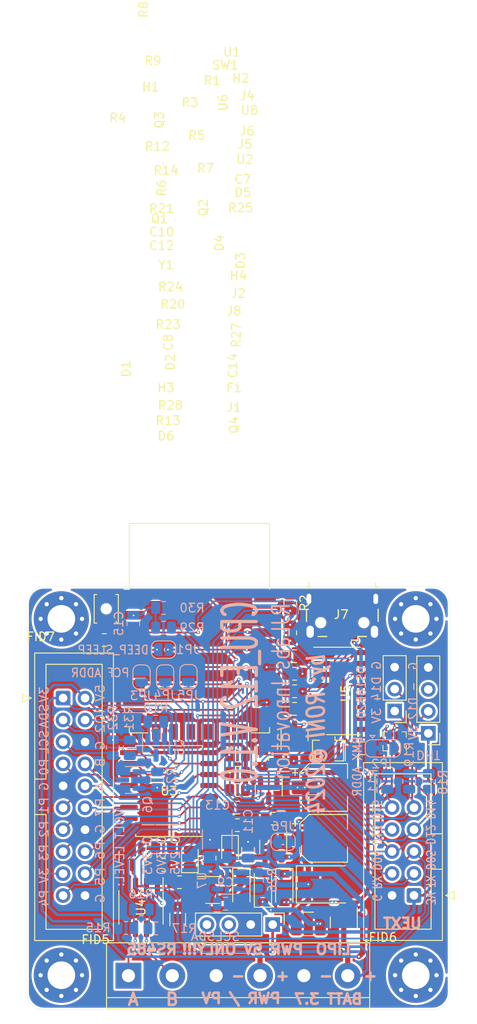
<source format=kicad_pcb>
(kicad_pcb (version 20211014) (generator pcbnew)
  (layers (0 "F.Cu" signal) (31 "B.Cu" signal) (34 "B.Paste" user) (35 "F.Paste" user) (36 "B.SilkS" user "B.Silkscreen") (37 "F.SilkS" user "F.Silkscreen") (38 "B.Mask" user) (39 "F.Mask" user) (44 "Edge.Cuts" user))
  (net 0 "")
  (net 1 "GND")
  (net 2 "/CPU_ESP12F/GPIO12{slash}MISO")
  (net 3 "/CPU_ESP12F/GPIO13{slash}MOSI")
  (net 4 "/CPU_ESP12F/GPIO14{slash}SCK")
  (net 5 "/CPU_ESP12F/GPIO0")
  (net 6 "/CPU_ESP12F/RESET")
  (net 7 "/CPU_ESP12F/GPIO2")
  (net 8 "/CPU_ESP12F/RXD")
  (net 9 "/CPU_ESP12F/ADC")
  (net 10 "/CPU_ESP12F/CH_PD")
  (net 11 "/CPU_ESP12F/GPIO16")
  (net 12 "Net-(Q2-Pad1)")
  (net 13 "Net-(Q3-Pad1)")
  (net 14 "/psu/VBAT")
  (net 15 "/CPU_ESP12F/GPIO15{slash}CS")
  (net 16 "Net-(C9-Pad1)")
  (net 17 "Net-(C7-Pad1)")
  (net 18 "Net-(C8-Pad1)")
  (net 19 "/CPU_ESP12F/TXD")
  (net 20 "/CPU_ESP12F/USB_RX")
  (net 21 "/CPU_ESP12F/GPIO5{slash}SCL")
  (net 22 "/CPU_ESP12F/GPIO4{slash}SDA")
  (net 23 "/CPU_ESP12F/DTR")
  (net 24 "/CPU_ESP12F/RTS")
  (net 25 "/CPU_ESP12F/VCC")
  (net 26 "/EXTENTION/M5V")
  (net 27 "Net-(D1-Pad2)")
  (net 28 "Net-(D2-Pad1)")
  (net 29 "Net-(JP4-Pad2)")
  (net 30 "Net-(Q1-Pad1)")
  (net 31 "Net-(Q3-Pad3)")
  (net 32 "/EXTENTION/MB")
  (net 33 "Net-(J4-Pad7)")
  (net 34 "Net-(J4-Pad11)")
  (net 35 "Net-(J4-Pad12)")
  (net 42 "/EXTENTION/MA")
  (net 43 "Net-(J4-Pad13)")
  (net 44 "Net-(J4-Pad15)")
  (net 45 "Net-(J4-Pad16)")
  (net 46 "Net-(J4-Pad18)")
  (net 47 "Net-(J4-Pad19)")
  (net 49 "Net-(J7-Pad2)")
  (net 50 "Net-(J7-Pad3)")
  (net 52 "Net-(JP3-Pad2)")
  (net 53 "Net-(JP5-Pad2)")
  (net 54 "Net-(D4-Pad1)")
  (net 55 "Net-(U5-Pad7)")
  (net 56 "Net-(U5-Pad8)")
  (net 62 "Net-(D6-Pad1)")
  (net 63 "Net-(R25-Pad2)")
  (net 64 "Net-(R26-Pad2)")
  (net 65 "Net-(R27-Pad1)")
  (net 66 "Net-(R28-Pad1)")
  (net 67 "Net-(JP2-Pad2)")
  (net 68 "Net-(R14-Pad2)")
  (net 69 "Net-(R2-Pad1)")
  (net 70 "Net-(D3-Pad2)")
  (net 71 "/EXTENTION/HSDA")
  (net 72 "/EXTENTION/HSDC")
  (net 73 "/CPU_ESP12F/EVCC")
  (footprint "Connector_IDC:IDC-Header_2x05_P2.54mm_Vertical" (layer "F.Cu") (at 145.843909 95.758668 180)
    (fp_text reference "J1")
    (fp_text value "Conn_02x05_Odd_Even")
  )
  (footprint "Button_Switch_SMD:SW_SPST_B3U-1000P-B" (layer "F.Cu") (at 110.200827 62.587897 -90)
    (fp_text reference "SW1")
    (fp_text value "SW_Push")
  )
  (footprint "Diode_SMD:D_SOD-123" (layer "F.Cu") (at 130.825 94.9 -90)
    (fp_text reference "D1")
    (fp_text value "1N4148W")
  )
  (footprint "MountingHole:MountingHole_3.2mm_M3_Pad_Via" (layer "F.Cu") (at 146.05 105)
    (fp_text reference "H4")
    (fp_text value "MountingHole")
  )
  (footprint "Package_TO_SOT_SMD:SOT-23" (layer "F.Cu") (at 129.023541 83.608293 -90)
    (fp_text reference "Q2")
    (fp_text value "MMBT3904")
  )
  (footprint "Resistor_SMD:R_0805_2012Metric" (layer "F.Cu") (at 131.003199 80.238384 180)
    (fp_text reference "R7")
    (fp_text value "10K")
  )
  (footprint "Fiducial:Fiducial_0.75mm_Mask1.5mm" (layer "F.Cu") (at 108.966 102.87)
    (fp_text reference "FID5")
    (fp_text value "Fiducial")
  )
  (footprint "Connector_PinHeader_2.54mm:PinHeader_1x03_P2.54mm_Vertical" (layer "F.Cu") (at 143.606599 74.422 180)
    (fp_text reference "J6")
    (fp_text value "DS18")
  )
  (footprint "Package_TO_SOT_SMD:SOT-23-5" (layer "F.Cu") (at 122.53 95.13)
    (fp_text reference "U8")
    (fp_text value "MCP73831-2-OT")
  )
  (footprint "Capacitor_SMD:C_1206_3216Metric" (layer "F.Cu") (at 118.48 98.55 -90)
    (fp_text reference "C14")
    (fp_text value "10UF")
  )
  (footprint "Resistor_SMD:R_0805_2012Metric" (layer "F.Cu") (at 122.174 91.44 90)
    (fp_text reference "R27")
    (fp_text value "4K7")
  )
  (footprint "Diode_SMD:D_SOD-123" (layer "F.Cu") (at 128.35 94.875 90)
    (fp_text reference "D4")
    (fp_text value "MBR0540")
  )
  (footprint "Connector_IDC:IDC-Header_2x10_P2.54mm_Vertical" (layer "F.Cu") (at 105.204868 72.917125)
    (fp_text reference "J4")
    (fp_text value "Conn_02x10_Odd_Even")
  )
  (footprint "Diode_SMD:D_SMB" (layer "F.Cu") (at 135.772 94.488)
    (fp_text reference "D5")
    (fp_text value "SM6T10A")
  )
  (footprint "Resistor_SMD:R_0805_2012Metric" (layer "F.Cu") (at 132.02105 72.136 180)
    (fp_text reference "R5")
    (fp_text value "10K")
  )
  (footprint "Diode_SMD:D_SOD-123" (layer "F.Cu") (at 125.852177 94.849169 -90)
    (fp_text reference "D3")
    (fp_text value "MBR0540")
  )
  (footprint "Resistor_SMD:R_0805_2012Metric" (layer "F.Cu") (at 125.421364 83.566 180)
    (fp_text reference "R14")
    (fp_text value "4K7")
  )
  (footprint "MountingHole:MountingHole_3.2mm_M3_Pad_Via" (layer "F.Cu") (at 146.05 63.75)
    (fp_text reference "H1")
    (fp_text value "MountingHole")
  )
  (footprint "Resistor_SMD:R_0805_2012Metric" (layer "F.Cu") (at 132.02034 68.072 180)
    (fp_text reference "R3")
    (fp_text value "1K")
  )
  (footprint "Resistor_SMD:R_0805_2012Metric" (layer "F.Cu") (at 125.423309 85.598)
    (fp_text reference "R24")
    (fp_text value "100K")
  )
  (footprint "Package_TO_SOT_SMD:SOT-23" (layer "F.Cu") (at 137.713636 98.896582 -90)
    (fp_text reference "Q4")
    (fp_text value "IRLML6402")
  )
  (footprint "Capacitor_SMD:CP_Elec_5x4.4" (layer "F.Cu") (at 135.386648 83.263189)
    (fp_text reference "C12")
    (fp_text value "10UF")
  )
  (footprint "Resistor_SMD:R_0805_2012Metric" (layer "F.Cu") (at 116.84 90.17 180)
    (fp_text reference "R12")
    (fp_text value "4K7")
  )
  (footprint "Diode_SMD:D_0805_2012Metric" (layer "F.Cu") (at 124.538237 90.5025 -90)
    (fp_text reference "D2")
    (fp_text value "BLUE")
  )
  (footprint "Package_TO_SOT_SMD:SOT-23" (layer "F.Cu") (at 113.247348 91.295724 -90)
    (fp_text reference "Q3")
    (fp_text value "MMBT3904")
  )
  (footprint "Capacitor_SMD:CP_Elec_5x4.4" (layer "F.Cu") (at 135.382 89.154)
    (fp_text reference "C7")
    (fp_text value "10UF")
  )
  (footprint "Resistor_SMD:R_0805_2012Metric" (layer "F.Cu") (at 132.011406 74.168)
    (fp_text reference "R9")
    (fp_text value "4K7")
  )
  (footprint "Connector_PinHeader_2.54mm:PinHeader_1x04_P2.54mm_Vertical" (layer "F.Cu") (at 125.687939 99.175 -90)
    (fp_text reference "J2")
    (fp_text value "oled0.95")
  )
  (footprint "Connector_PinHeader_2.54mm:PinHeader_1x04_P2.54mm_Vertical" (layer "F.Cu") (at 147.500856 76.99598 180)
    (fp_text reference "J5")
    (fp_text value "dht")
  )
  (footprint "Resistor_SMD:R_0805_2012Metric" (layer "F.Cu") (at 132.017836 70.104)
    (fp_text reference "R4")
    (fp_text value "1K")
  )
  (footprint "Fiducial:Fiducial_0.75mm_Mask1.5mm" (layer "F.Cu") (at 142.24 102.616)
    (fp_text reference "FID6")
    (fp_text value "Fiducial")
  )
  (footprint "MountingHole:MountingHole_3.2mm_M3_Pad_Via" (layer "F.Cu") (at 105 63.75)
    (fp_text reference "H2")
    (fp_text value "MountingHole")
  )
  (footprint "Package_TO_SOT_SMD:SOT-23-5" (layer "F.Cu") (at 129.54 90.17 -90)
    (fp_text reference "U6")
    (fp_text value "SPX3819M5-L-3-3")
  )
  (footprint "Resistor_SMD:R_0805_2012Metric" (layer "F.Cu") (at 128.27 79.9065 90)
    (fp_text reference "R6")
    (fp_text value "10K")
  )
  (footprint "Package_LGA:Bosch_LGA-8_2x2.5mm_P0.65mm_ClockwisePinNumbering" (layer "F.Cu") (at 143.597362 77.926687 180)
    (fp_text reference "U2")
    (fp_text value "BMP280")
  )
  (footprint "Resistor_SMD:R_0805_2012Metric" (layer "F.Cu") (at 125.404094 79.561634 180)
    (fp_text reference "R21")
    (fp_text value "4K7")
  )
  (footprint "Resistor_SMD:R_0805_2012Metric" (layer "F.Cu") (at 116.84 92.235934 180)
    (fp_text reference "R13")
    (fp_text value "4K7")
  )
  (footprint "Fiducial:Fiducial_0.75mm_Mask1.5mm" (layer "F.Cu") (at 102.616 67.818)
    (fp_text reference "FID7")
    (fp_text value "Fiducial")
  )
  (footprint "Resistor_SMD:R_0805_2012Metric" (layer "F.Cu") (at 131.50832 65.355884 90)
    (fp_text reference "R8")
    (fp_text value "10K")
  )
  (footprint "Resistor_SMD:R_0805_2012Metric" (layer "F.Cu") (at 118.676225 94.234 180)
    (fp_text reference "R28")
    (fp_text value "4K7")
  )
  (footprint "Package_SO:SOIC-8_3.9x4.9mm_P1.27mm" (layer "F.Cu") (at 114.225 97.15 -90)
    (fp_text reference "U4")
    (fp_text value "SP3485CN")
  )
  (footprint "Package_SO:SOIC-16_3.9x9.9mm_P1.27mm" (layer "F.Cu") (at 137.678064 72.092726)
    (fp_text reference "U5")
    (fp_text value "CH340G")
  )
  (footprint "Capacitor_SMD:C_0805_2012Metric" (layer "F.Cu") (at 126.618095 90.49 90)
    (fp_text reference "C8")
    (fp_text value "470pf")
  )
  (footprint "Resistor_SMD:R_0805_2012Metric" (layer "F.Cu") (at 125.3887 87.63)
    (fp_text reference "R23")
    (fp_text value "4K7")
  )
  (footprint "Resistor_SMD:R_0805_2012Metric" (layer "F.Cu") (at 131.521512 61.915415 -90)
    (fp_text reference "R2")
    (fp_text value "470")
  )
  (footprint "Package_SO:SOIC-16W_7.5x10.3mm_P1.27mm" (layer "F.Cu") (at 117.475 83.675)
    (fp_text reference "U3")
    (fp_text value "PCF8574A")
  )
  (footprint "MountingHole:MountingHole_3.2mm_M3_Pad_Via" (layer "F.Cu") (at 105 105)
    (fp_text reference "H3")
    (fp_text value "MountingHole")
  )
  (footprint "Resistor_SMD:R_0805_2012Metric" (layer "F.Cu") (at 125.430108 81.564676 180)
    (fp_text reference "R20")
    (fp_text value "4K7")
  )
  (footprint "RF_Module:ESP-12E" (layer "F.Cu") (at 121 64.828)
    (fp_text reference "U1")
    (fp_text value "ESP-12F")
  )
  (footprint "Capacitor_SMD:C_0805_2012Metric" (layer "F.Cu") (at 139.888 78.74)
    (fp_text reference "C10")
    (fp_text value "100nf")
  )
  (footprint "TerminalBlock:TerminalBlock_bornier-6_P5.08mm" (layer "F.Cu") (at 112.773429 105.050688)
    (fp_text reference "J8")
    (fp_text value "Conn_01x06")
  )
  (footprint "Resistor_SMD:R_0805_2012Metric" (layer "F.Cu") (at 129.54 86.868 180)
    (fp_text reference "R25")
    (fp_text value "10K")
  )
  (footprint "Crystal:Resonator_SMD_Murata_CSTxExxV-3Pin_3.0x1.1mm" (layer "F.Cu") (at 135.89 78.994 180)
    (fp_text reference "Y1")
    (fp_text value "Crystal_GND2")
  )
  (footprint "Package_TO_SOT_SMD:SOT-23" (layer "F.Cu") (at 132.01305 77.216 90)
    (fp_text reference "Q1")
    (fp_text value "MMBT3904")
  )
  (footprint "Fuse:Fuse_1210_3225Metric" (layer "F.Cu") (at 133.604 99.06 180)
    (fp_text reference "F1")
    (fp_text value "Polyfuse")
  )
  (footprint "Connector_USB:USB_Micro-B_Wuerth_629105150521" (layer "F.Cu") (at 137.541582 63.390224 180)
    (fp_text reference "J7")
    (fp_text value "USB_B_Micro")
  )
  (footprint "Resistor_SMD:R_0805_2012Metric" (layer "F.Cu") (at 109.977607 66.206359 180)
    (fp_text reference "R1")
    (fp_text value "10K")
  )
  (footprint "Diode_SMD:D_0805_2012Metric" (layer "F.Cu") (at 119.888 91.44 90)
    (fp_text reference "D6")
    (fp_text value "BLUE")
  )
  (footprint "Package_TO_SOT_SMD:SOT-23" (layer "B.Cu") (at 113.05 82.4 180)
    (fp_text reference "Q6")
    (fp_text value "BSS138")
  )
  (footprint "Jumper:SolderJumper-2_P1.3mm_Open_RoundedPad1.0x1.5mm" (layer "B.Cu") (at 114.29 70.48 -90)
    (fp_text reference "JP3")
    (fp_text value "SolderJumper_2_Open")
  )
  (footprint "Jumper:SolderJumper-2_P1.3mm_Open_RoundedPad1.0x1.5mm" (layer "B.Cu") (at 117.02 70.47 -90)
    (fp_text reference "JP4")
    (fp_text value "SolderJumper_2_Open")
  )
  (footprint "Capacitor_SMD:C_0805_2012Metric" (layer "B.Cu") (at 126.66 90.49 90)
    (fp_text reference "C11")
    (fp_text value "100nf")
  )
  (footprint "Jumper:SolderJumper-3_P1.3mm_Bridged12_RoundedPad1.0x1.5mm" (layer "B.Cu") (at 142.24 78.74)
    (fp_text reference "JP2")
    (fp_text value "BMP_ADD")
  )
  (footprint "Resistor_SMD:R_0805_2012Metric" (layer "B.Cu") (at 112.49 99.53)
    (fp_text reference "R15")
    (fp_text value "4K7")
  )
  (footprint "Resistor_SMD:R_0805_2012Metric" (layer "B.Cu") (at 142.748 82.55 -90)
    (fp_text reference "R11")
    (fp_text value "4K7")
  )
  (footprint "Resistor_SMD:R_0805_2012Metric" (layer "B.Cu") (at 112.925 78.675 90)
    (fp_text reference "R31")
    (fp_text value "10k")
  )
  (footprint "Package_TO_SOT_SMD:SOT-23" (layer "B.Cu") (at 115.97 78.62 -90)
    (fp_text reference "Q5")
    (fp_text value "BSS138")
  )
  (footprint "Capacitor_SMD:C_0805_2012Metric" (layer "B.Cu") (at 124 96.72)
    (fp_text reference "C9")
    (fp_text value "470pf")
  )
  (footprint "Resistor_SMD:R_0805_2012Metric" (layer "B.Cu") (at 114.27 97.38)
    (fp_text reference "R16")
    (fp_text value "4K7")
  )
  (footprint "Resistor_SMD:R_0805_2012Metric" (layer "B.Cu") (at 115.95 99.58)
    (fp_text reference "R17")
    (fp_text value "4K7")
  )
  (footprint "Resistor_SMD:R_0805_2012Metric" (layer "B.Cu") (at 147.574 82.55 -90)
    (fp_text reference "R18")
    (fp_text value "4K7")
  )
  (footprint "Jumper:SolderJumper-2_P1.3mm_Open_RoundedPad1.0x1.5mm" (layer "B.Cu") (at 116.84 67.31 180)
    (fp_text reference "JP1")
    (fp_text value "SolderJumper_2_Open")
  )
  (footprint "Jumper:SolderJumper-2_P1.3mm_Open_RoundedPad1.0x1.5mm" (layer "B.Cu") (at 119.72 70.44 -90)
    (fp_text reference "JP5")
    (fp_text value "SolderJumper_2_Open")
  )
  (footprint "Capacitor_SMD:C_0805_2012Metric" (layer "B.Cu") (at 113.344075 64.284212 -90)
    (fp_text reference "C15")
    (fp_text value "10NF")
  )
  (footprint "Resistor_SMD:R_0805_2012Metric" (layer "B.Cu") (at 145.288 82.55 -90)
    (fp_text reference "R19")
    (fp_text value "4K7")
  )
  (footprint "Jumper:SolderJumper-2_P1.3mm_Bridged_RoundedPad1.0x1.5mm" (layer "B.Cu") (at 130.683 89.5604 180)
    (fp_text reference "JP6")
    (fp_text value "EVCC")
  )
  (footprint "Resistor_SMD:R_0805_2012Metric" (layer "B.Cu") (at 110.95 78.65 90)
    (fp_text reference "R32")
    (fp_text value "10k")
  )
  (footprint "Package_TO_SOT_SMD:SOT-23-5" (layer "B.Cu") (at 124.21 94.05 180)
    (fp_text reference "U7")
    (fp_text value "SPX3819M5-L-3-3")
  )
  (footprint "Resistor_SMD:R_0805_2012Metric" (layer "B.Cu") (at 116.84 62.484)
    (fp_text reference "R30")
    (fp_text value "4K9")
  )
  (footprint "Resistor_SMD:R_0805_2012Metric" (layer "B.Cu") (at 127.67 94.02 -90)
    (fp_text reference "R26")
    (fp_text value "10K")
  )
  (footprint "Resistor_SMD:R_0805_2012Metric" (layer "B.Cu") (at 116.84 64.77 180)
    (fp_text reference "R29")
    (fp_text value "22K")
  )
  (footprint "Capacitor_SMD:C_1812_4532Metric" (layer "B.Cu") (at 123.06 89.28 90)
    (fp_text reference "C13")
    (fp_text value "10UF")
  )
  (footprint "Resistor_SMD:R_0805_2012Metric" (layer "B.Cu") (at 115.94 75.66 180)
    (fp_text reference "R10")
    (fp_text value "10k")
  )
  (footprint "Resistor_SMD:R_0805_2012Metric" (layer "B.Cu") (at 116.1 82.375 90)
    (fp_text reference "R22")
    (fp_text value "10k")
  )
  (gr_arc (start 148 60) (mid 149.414214 60.585786) (end 150 62) (layer "Edge.Cuts") (width 0.02))
  (gr_line (start 150 62) (end 150 83) (layer "Edge.Cuts") (width 0.02))
  (gr_line (start 150 107) (end 150 87) (layer "Edge.Cuts") (width 0.02))
  (gr_arc (start 150 107) (mid 149.414214 108.414214) (end 148 109) (layer "Edge.Cuts") (width 0.02))
  (gr_arc (start 101 62) (mid 101.585786 60.585786) (end 103 60) (layer "Edge.Cuts") (width 0.02))
  (gr_arc (start 103 109) (mid 101.585786 108.414214) (end 101 107) (layer "Edge.Cuts") (width 0.02))
  (gr_line (start 150 87) (end 150 83) (layer "Edge.Cuts") (width 0.02))
  (gr_line (start 124 109) (end 103 109) (layer "Edge.Cuts") (width 0.02))
  (gr_line (start 103 60) (end 148 60) (layer "Edge.Cuts") (width 0.02))
  (gr_line (start 101 107) (end 101 62) (layer "Edge.Cuts") (width 0.02))
  (gr_line (start 148 109) (end 128 109) (layer "Edge.Cuts") (width 0.02))
  (gr_line (start 124 109) (end 128 109) (layer "Edge.Cuts") (width 0.02))
  (gr_text "5V IO2 G B  A P7 G P6 P5 G" (at 109.5 84 90) (layer "B.SilkS") (effects (font (size 1 1.12) (thickness 0.152)) (justify mirror)))
  (gr_text "UEXT" (at 144.5 99) (layer "B.SilkS") (effects (font (size 1.2 1.2) (thickness 0.3)) (justify mirror)))
  (gr_text "LiPO" (at 136.5 102) (layer "B.SilkS") (effects (font (size 1.2 1.2) (thickness 0.3)) (justify mirror)))
  (gr_text "G  - D12 3V" (at 145.75 73.25 90) (layer "B.SilkS") (effects (font (size 1 0.9) (thickness 0.152)) (justify mirror)))
  (gr_text "A   B" (at 115.626288 107.79012) (layer "B.SilkS") (effects (font (size 1.4 1.4) (thickness 0.3))))
  (gr_text "PWR 5V ONLY!!!" (at 126 102) (layer "B.SilkS") (effects (font (size 1.2 1.2) (thickness 0.3)) (justify mirror)))
  (gr_text "3V TX D05 D12 D14" (at 147.75 90.75 270) (layer "B.SilkS") (effects (font (size 1 0.8) (thickness 0.152)) (justify mirror)))
  (gr_text "SCL" (at 103 78 90) (layer "B.SilkS") (effects (font (size 1 1)) (justify mirror)))
  (gr_text "VOLT LEVEL:\n\n| O 3V3\n| O 3V0\n| O 2V5" (at 115 90.25 90) (layer "B.SilkS") (effects (font (size 1 1) (thickness 0.152)) (justify mirror)))
  (gr_text "G RX D04 D13 D15" (at 141.538788 90.564819 270) (layer "B.SilkS") (effects (font (size 1 0.8) (thickness 0.152)) (justify mirror)))
  (gr_text "DS18B20" (at 139.75 72.25 90) (layer "B.SilkS") (effects (font (size 1 0.9) (thickness 0.152)) (justify mirror)))
  (gr_text "RS485" (at 115.473625 102) (layer "B.SilkS") (effects (font (size 1.2 1.2) (thickness 0.3)) (justify mirror)))
  (gr_text "-    +" (at 138.215463 105.053865) (layer "B.SilkS") (effects (font (size 1.2 1.2) (thickness 0.3))))
  (gr_text "DEEP_SLEEP" (at 111 67.349427) (layer "B.SilkS") (effects (font (size 1 0.9) (thickness 0.152)) (justify mirror)))
  (gr_text "-    +" (at 128.048067 105.053865) (layer "B.SilkS") (effects (font (size 1.2 1.2) (thickness 0.3))))
  (gr_text "G D14 3V" (at 141.5 72.25 90) (layer "B.SilkS") (effects (font (size 1 1) (thickness 0.152)) (justify mirror)))
  (gr_text "3V" (at 103 72.5 90) (layer "B.SilkS") (effects (font (size 1 1) (thickness 0.152)) (justify mirror)))
  (gr_text "DHT" (at 147.5 79.5 180) (layer "B.SilkS") (effects (font (size 1 1) (thickness 0.152)) (justify mirror)))
  (gr_text "SDA" (at 121.404851 100.504668) (layer "B.SilkS") (effects (font (size 1 1)) (justify mirror)))
  (gr_text "PCF ADDR" (at 109.5 70) (layer "B.SilkS") (effects (font (size 1 0.9) (thickness 0.152)) (justify mirror)))
  (gr_text "P0 G P1 P2 P3 3V P4" (at 103 88.5 90) (layer "B.SilkS") (effects (font (size 1 1)) (justify mirror)))
  (gr_text "RJLabs Innovation" (at 130.462655 72.168622 90) (layer "B.SilkS") (effects (font (size 2 1.5) (thickness 0.2)) (justify mirror)))
  (gr_text "BMX ADDR" (at 139.27142 80.838545 90) (layer "B.SilkS") (effects (font (size 1 0.9) (thickness 0.152)) (justify mirror)))
  (gr_text "PWR / PV" (at 125.813144 107.684621) (layer "B.SilkS") (effects (font (size 1.2 1.2) (thickness 0.3)) (justify mirror)))
  (gr_text "SDA" (at 103 75 90) (layer "B.SilkS") (effects (font (size 1 1)) (justify mirror)))
  (gr_text "by: RONI @2024" (at 134.5 77 90) (layer "B.SilkS") (effects (font (size 2 1.5) (thickness 0.3) italic) (justify mirror)))
  (gr_text "CPU_E12 V.1.0" (at 125.75 72.25 90) (layer "B.SilkS") (effects (font (size 4 1.9) (thickness 0.375)) (justify mirror)))
  (gr_text "BATT 3.7" (at 135.917525 107.765979) (layer "B.SilkS") (effects (font (size 1.2 1.2) (thickness 0.3)) (justify mirror)))
  (gr_text "SCL" (at 124.304167 100.536528) (layer "B.SilkS") (effects (font (size 1 1)) (justify mirror)))
  (segment (start 144.572362 78.726687) (end 144.572362 78.278362) (width 0.2) (layer "F.Cu") (net 1))
  (segment (start 144.572362 78.278362) (end 143.922362 77.628362) (width 0.2) (layer "F.Cu") (net 1))
  (segment (start 122.174 89.356) (end 122.21 89.32) (width 0.2) (layer "F.Cu") (net 1))
  (segment (start 143.922362 77.628362) (end 143.922362 77.126687) (width 0.2) (layer "F.Cu") (net 1))
  (segment (start 122.174 90.5275) (end 122.174 89.356) (width 0.2) (layer "F.Cu") (net 1))
  (via (at 122.21 89.32) (size 0.4) (drill 0.2) (layers "F.Cu" "B.Cu") (net 1))
  (via (at 126.63 89.56) (size 0.4) (drill 0.2) (layers "F.Cu" "B.Cu") (net 1))
  (segment (start 146.1 82.875) (end 146.1 75.856836) (width 0.2) (layer "F.Cu") (net 2))
  (segment (start 124.972 71.328) (end 113.4 71.328) (width 0.2) (layer "F.Cu") (net 2))
  (segment (start 125.55 70.75) (end 124.972 71.328) (width 0.2) (layer "F.Cu") (net 2))
  (segment (start 145.843909 88.138668) (end 147.475 86.507577) (width 0.2) (layer "F.Cu") (net 2))
  (segment (start 147.475 84.25) (end 146.1 82.875) (width 0.2) (layer "F.Cu") (net 2))
  (segment (start 147.475 86.507577) (end 147.475 84.25) (width 0.2) (layer "F.Cu") (net 2))
  (segment (start 146.1 75.856836) (end 147.500856 74.45598) (width 0.2) (layer "F.Cu") (net 2))
  (via (at 125.55 70.75) (size 0.4) (drill 0.2) (layers "F.Cu" "B.Cu") (net 2))
  (segment (start 135.148 82.588) (end 141.935 89.375) (width 0.2) (layer "B.Cu") (net 2))
  (segment (start 141.935 89.375) (end 144.607577 89.375) (width 0.2) (layer "B.Cu") (net 2))
  (segment (start 125.55 70.75) (end 125.55 72.525) (width 0.2) (layer "B.Cu") (net 2))
  (segment (start 127.038 82.588) (end 135.148 82.588) (width 0.2) (layer "B.Cu") (net 2))
  (segment (start 147.574 83.4625) (end 147.574 86.408577) (width 0.2) (layer "B.Cu") (net 2))
  (segment (start 125.95 72.925) (end 125.95 81.5) (width 0.2) (layer "B.Cu") (net 2))
  (segment (start 147.574 86.408577) (end 145.843909 88.138668) (width 0.2) (layer "B.Cu") (net 2))
  (segment (start 144.607577 89.375) (end 145.843909 88.138668) (width 0.2) (layer "B.Cu") (net 2))
  (segment (start 125.55 72.525) (end 125.95 72.925) (width 0.2) (layer "B.Cu") (net 2))
  (segment (start 125.95 81.5) (end 127.038 82.588) (width 0.2) (layer "B.Cu") (net 2))
  (segment (start 126.5005 71.25) (end 124.4225 73.328) (width 0.2) (layer "F.Cu") (net 3))
  (segment (start 124.4225 73.328) (end 113.4 73.328) (width 0.2) (layer "F.Cu") (net 3))
  (segment (start 116.66 96.66) (end 116.13 96.13) (width 0.2) (layer "F.Cu") (net 3))
  (segment (start 116.13 96.13) (end 116.13 94.675) (width 0.2) (layer "F.Cu") (net 3))
  (via (at 116.66 96.66) (size 0.4) (drill 0.2) (layers "F.Cu" "B.Cu") (net 3))
  (via (at 121.41 73.328) (size 0.4) (drill 0.2) (layers "F.Cu" "B.Cu") (net 3))
  (via (at 126.5005 71.25) (size 0.4) (drill 0.2) (layers "F.Cu" "B.Cu") (net 3))
  (segment (start 119.05 90.1) (end 120.3 88.85) (width 0.2) (layer "B.Cu") (net 3))
  (segment (start 121.41 83.39) (end 121.41 73.328) (width 0.2) (layer "B.Cu") (net 3))
  (segment (start 126.5125 81.3005) (end 127.4 82.188) (width 0.2) (layer "B.Cu") (net 3))
  (segment (start 113.485 94.685) (end 113.485 91.665) (width 0.2) (layer "B.Cu") (net 3))
  (segment (start 126.5125 71.262) (end 126.5125 81.3005) (width 0.2) (layer "B.Cu") (net 3))
  (segment (start 135.398 82.188) (end 141.348668 88.138668) (width 0.2) (layer "B.Cu") (net 3))
  (segment (start 113.485 91.665) (end 115.05 90.1) (width 0.2) (layer "B.Cu") (net 3))
  (segment (start 116.66 96.66) (end 115.39 95.39) (width 0.2) (layer "B.Cu") (net 3))
  (segment (start 120.3 88.85) (end 120.3 84.5) (width 0.2) (layer "B.Cu") (net 3))
  (segment (start 126.5005 71.25) (end 126.5125 71.262) (width 0.2) (layer "B.Cu") (net 3))
  (segment (start 120.3 84.5) (end 121.41 83.39) (width 0.2) (layer "B.Cu") (net 3))
  (segment (start 115.05 90.1) (end 119.05 90.1) (width 0.2) (layer "B.Cu") (net 3))
  (segment (start 141.348668 88.138668) (end 143.303909 88.138668) (width 0.2) (layer "B.Cu") (net 3))
  (segment (start 127.4 82.188) (end 135.398 82.188) (width 0.2) (layer "B.Cu") (net 3))
  (segment (start 114.19 95.39) (end 113.485 94.685) (width 0.2) (layer "B.Cu") (net 3))
  (segment (start 115.39 95.39) (end 114.19 95.39) (width 0.2) (layer "B.Cu") (net 3))
  (segment (start 145.625 73.900401) (end 143.606599 71.882) (width 0.2) (layer "F.Cu") (net 4))
  (segment (start 126.4 69.3) (end 126.372 69.328) (width 0.2) (layer "F.Cu") (net 4))
  (segment (start 145.625 85.379759) (end 145.625 73.900401) (width 0.2) (layer "F.Cu") (net 4))
  (segment (start 126.372 69.328) (end 113.4 69.328) (width 0.2) (layer "F.Cu") (net 4))
  (via (at 126.4 69.3) (size 0.4) (drill 0.2) (layers "F.Cu" "B.Cu") (net 4))
  (segment (start 127 81.2) (end 127 69.9) (width 0.2) (layer "B.Cu") (net 4))
  (segment (start 135.638 81.788) (end 127.588 81.788) (width 0.2) (layer "B.Cu") (net 4))
  (segment (start 140.7 86.85) (end 135.638 81.788) (width 0.2) (layer "B.Cu") (net 4))
  (segment (start 127 69.9) (end 126.4 69.3) (width 0.2) (layer "B.Cu") (net 4))
  (segment (start 144.592577 86.85) (end 140.7 86.85) (width 0.2) (layer "B.Cu") (net 4))
  (segment (start 145.843909 85.598668) (end 144.592577 86.85) (width 0.2) (layer "B.Cu") (net 4))
  (segment (start 127.588 81.788) (end 127 81.2) (width 0.2) (layer "B.Cu") (net 4))
  (segment (start 145.843909 84.883909) (end 145.288 84.328) (width 0.2) (layer "B.Cu") (net 4))
  (segment (start 145.288 84.328) (end 145.288 83.4625) (width 0.2) (layer "B.Cu") (net 4))
  (segment (start 132.7635 76.2785) (end 133.096 75.946) (width 0.2) (layer "F.Cu") (net 5))
  (segment (start 132.01305 76.2785) (end 132.7635 76.2785) (width 0.2) (layer "F.Cu") (net 5))
  (via (at 133.096 75.946) (size 0.4) (drill 0.2) (layers "F.Cu" "B.Cu") (net 5))
  (via (at 128.778 69.342) (size 0.4) (drill 0.2) (layers "F.Cu" "B.Cu") (net 5))
  (segment (start 133.096 75.946) (end 132.271 75.946) (width 0.2) (layer "B.Cu") (net 5))
  (segment (start 130.9625 74.6375) (end 130.9625 70.5375) (width 0.2) (layer "B.Cu") (net 5))
  (segment (start 130.9625 70.5375) (end 129.767 69.342) (width 0.2) (layer "B.Cu") (net 5))
  (segment (start 129.767 69.342) (end 128.778 69.342) (width 0.2) (layer "B.Cu") (net 5))
  (segment (start 132.271 75.946) (end 130.9625 74.6375) (width 0.2) (layer "B.Cu") (net 5))
  (segment (start 128.073541 84.201959) (end 128.073541 82.670793) (width 0.2) (layer "F.Cu") (net 6))
  (segment (start 117.348 67.31) (end 124.11 67.31) (width 0.2) (layer "F.Cu") (net 6))
  (segment (start 124.11 63.385) (end 122.053 61.328) (width 0.2) (layer "F.Cu") (net 6))
  (segment (start 127.775 84.5005) (end 128.073541 84.201959) (width 0.2) (layer "F.Cu") (net 6))
  (segment (start 110.210103 64.287897) (end 111.506 62.992) (width 0.2) (layer "F.Cu") (net 6))
  (segment (start 109.065107 65.178893) (end 109.956103 64.287897) (width 0.2) (layer "F.Cu") (net 6))
  (segment (start 113.4 61.328) (end 122.053 61.328) (width 0.2) (layer "F.Cu") (net 6))
  (segment (start 124.11 67.31) (end 124.11 63.385) (width 0.2) (layer "F.Cu") (net 6))
  (segment (start 111.506 62.992) (end 111.506 61.976) (width 0.2) (layer "F.Cu") (net 6))
  (segment (start 109.065107 66.206359) (end 109.065107 65.178893) (width 0.2) (layer "F.Cu") (net 6))
  (segment (start 125.25 68.45) (end 124.11 67.31) (width 0.2) (layer "F.Cu") (net 6))
  (segment (start 112.154 61.328) (end 113.4 61.328) (width 0.2) (layer "F.Cu") (net 6))
  (segment (start 111.506 61.976) (end 112.154 61.328) (width 0.2) (layer "F.Cu") (net 6))
  (via (at 117.348 67.31) (size 0.4) (drill 0.2) (layers "F.Cu" "B.Cu") (net 6))
  (via (at 127.775 84.5005) (size 0.4) (drill 0.2) (layers "F.Cu" "B.Cu") (net 6))
  (via (at 125.25 68.45) (size 0.4) (drill 0.2) (layers "F.Cu" "B.Cu") (net 6))
  (segment (start 124.947 72.822) (end 124.947 68.753) (width 0.2) (layer "B.Cu") (net 6))
  (segment (start 125.476 73.351) (end 124.947 72.822) (width 0.2) (layer "B.Cu") (net 6))
  (segment (start 126.075 84.5) (end 125.476 83.901) (width 0.2) (layer "B.Cu") (net 6))
  (segment (start 125.476 83.901) (end 125.476 73.351) (width 0.2) (layer "B.Cu") (net 6))
  (segment (start 127.7745 84.5) (end 126.075 84.5) (width 0.2) (layer "B.Cu") (net 6))
  (segment (start 124.947 68.753) (end 125.25 68.45) (width 0.2) (layer "B.Cu") (net 6))
  (segment (start 127.775 84.5005) (end 127.7745 84.5) (width 0.2) (layer "B.Cu") (net 6))
  (segment (start 128.6 71.328) (end 130.002 71.328) (width 0.2) (layer "F.Cu") (net 7))
  (segment (start 130.002 71.328) (end 130.81 72.136) (width 0.2) (layer "F.Cu") (net 7))
  (segment (start 115.35 74.29) (end 115.363 74.277) (width 0.2) (layer "F.Cu") (net 7))
  (segment (start 115.363 74.277) (end 124.859 74.277) (width 0.2) (layer "F.Cu") (net 7))
  (segment (start 124.859 74.277) (end 127.808 71.328) (width 0.2) (layer "F.Cu") (net 7))
  (via (at 115.35 74.29) (size 0.4) (drill 0.2) (layers "F.Cu" "B.Cu") (net 7))
  (segment (start 115.337 74.277) (end 111.402 74.277) (width 0.2) (layer "B.Cu") (net 7))
  (segment (start 111.402 74.277) (end 110.221875 75.457125) (width 0.2) (layer "B.Cu") (net 7))
  (segment (start 115.35 74.29) (end 115.337 74.277) (width 0.2) (layer "B.Cu") (net 7))
  (segment (start 110.221875 75.457125) (end 107.744868 75.457125) (width 0.2) (layer "B.Cu") (net 7))
  (segment (start 131.105336 70.104) (end 131.105336 68.074504) (width 0.2) (layer "F.Cu") (net 8))
  (segment (start 130.318 64.024) (end 130.318 67.28216) (width 0.2) (layer "F.Cu") (net 8))
  (segment (start 130.318 67.28216) (end 131.10784 68.072) (width 0.2) (layer "F.Cu") (net 8))
  (segment (start 129.622 63.328) (end 130.318 64.024) (width 0.2) (layer "F.Cu") (net 8))
  (via (at 113.371812 63.356369) (size 0.4) (drill 0.2) (layers "F.Cu" "B.Cu") (net 9))
  (segment (start 115.9275 64.77) (end 115.9275 62.484) (width 0.2) (layer "B.Cu") (net 9))
  (segment (start 115.062 62.484) (end 115.9275 62.484) (width 0.2) (layer "B.Cu") (net 9))
  (segment (start 113.371812 63.356369) (end 114.189631 63.356369) (width 0.2) (layer "B.Cu") (net 9))
  (segment (start 114.189631 63.356369) (end 115.062 62.484) (width 0.2) (layer "B.Cu") (net 9))
  (segment (start 120.85 65.3) (end 120.822 65.328) (width 0.2) (layer "F.Cu") (net 10))
  (segment (start 120.822 65.328) (end 113.4 65.328) (width 0.2) (layer "F.Cu") (net 10))
  (via (at 131.50832 64.443384) (size 0.4) (drill 0.2) (layers "F.Cu" "B.Cu") (net 10))
  (via (at 120.85 65.3) (size 0.4) (drill 0.2) (layers "F.Cu" "B.Cu") (net 10))
  (segment (start 131.826 61.722) (end 132.334 62.23) (width 0.2) (layer "B.Cu") (net 10))
  (segment (start 132.334 62.23) (end 132.334 63.617704) (width 0.2) (layer "B.Cu") (net 10))
  (segment (start 120.85 63.554) (end 122.682 61.722) (width 0.2) (layer "B.Cu") (net 10))
  (segment (start 122.682 61.722) (end 131.826 61.722) (width 0.2) (layer "B.Cu") (net 10))
  (segment (start 120.85 65.3) (end 120.85 63.554) (width 0.2) (layer "B.Cu") (net 10))
  (segment (start 132.334 63.617704) (end 131.50832 64.443384) (width 0.2) (layer "B.Cu") (net 10))
  (segment (start 113.4 67.328) (end 116.06 67.328) (width 0.2) (layer "F.Cu") (net 11))
  (segment (start 116.06 67.328) (end 116.078 67.31) (width 0.2) (layer "F.Cu") (net 11))
  (via (at 116.078 67.31) (size 0.4) (drill 0.2) (layers "F.Cu" "B.Cu") (net 11))
  (segment (start 130.1515 81.1765) (end 129.973541 81.354459) (width 0.2) (layer "F.Cu") (net 12))
  (segment (start 130.1515 80.01) (end 130.1515 81.1765) (width 0.2) (layer "F.Cu") (net 12))
  (segment (start 129.973541 81.354459) (end 129.973541 82.670793) (width 0.2) (layer "F.Cu") (net 12))
  (segment (start 114.197348 90.358224) (end 115.598171 90.358224) (width 0.3) (layer "F.Cu") (net 13))
  (segment (start 121.3925 96.08) (end 119.475 96.08) (width 0.4) (layer "F.Cu") (net 14))
  (segment (start 138.173429 102.618571) (end 138.173429 105.050688) (width 0.6) (layer "F.Cu") (net 14))
  (segment (start 137.713636 101.391636) (end 138.176 101.854) (width 0.6) (layer "F.Cu") (net 14))
  (segment (start 137.713636 99.834082) (end 137.713636 101.391636) (width 0.6) (layer "F.Cu") (net 14))
  (segment (start 119.475 96.08) (end 118.48 97.075) (width 0.4) (layer "F.Cu") (net 14))
  (segment (start 138.176 101.854) (end 138.176 102.616) (width 0.6) (layer "F.Cu") (net 14))
  (segment (start 138.176 102.616) (end 138.173429 102.618571) (width 0.6) (layer "F.Cu") (net 14))
  (via (at 118.48 97.075) (size 0.4) (drill 0.2) (layers "F.Cu" "B.Cu") (net 14))
  (segment (start 119.35 90.6) (end 115.31 90.6) (width 0.2) (layer "B.Cu") (net 14))
  (segment (start 119.3 101.7) (end 139.7 101.7) (width 0.3) (layer "B.Cu") (net 14))
  (segment (start 140.41 102.41) (end 140.41 104.39) (width 0.3) (layer "B.Cu") (net 14))
  (segment (start 120.7 84.85) (end 120.7 89.25) (width 0.2) (layer "B.Cu") (net 14))
  (segment (start 114.26 94.46) (end 114.7 94.9) (width 0.2) (layer "B.Cu") (net 14))
  (segment (start 114.26 91.65) (end 114.26 94.46) (width 0.2) (layer "B.Cu") (net 14))
  (segment (start 139.749312 105.050688) (end 138.173429 105.050688) (width 0.3) (layer "B.Cu") (net 14))
  (segment (start 140.41 104.39) (end 139.749312 105.050688) (width 0.3) (layer "B.Cu") (net 14))
  (segment (start 139.7 101.7) (end 140.41 102.41) (width 0.3) (layer "B.Cu") (net 14))
  (segment (start 118.48 100.88) (end 119.3 101.7) (width 0.3) (layer "B.Cu") (net 14))
  (segment (start 117.33 94.9) (end 118.48 96.05) (width 0.2) (layer "B.Cu") (net 14))
  (segment (start 122.02 68.195) (end 122.02 83.53) (width 0.2) (layer "B.Cu") (net 14))
  (segment (start 122.02 83.53) (end 120.7 84.85) (width 0.2) (layer "B.Cu") (net 14))
  (segment (start 115.31 90.6) (end 114.26 91.65) (width 0.2) (layer "B.Cu") (net 14))
  (segment (start 117.7525 64.77) (end 118.595 64.77) (width 0.2) (layer "B.Cu") (net 14))
  (segment (start 118.48 97.075) (end 118.48 100.88) (width 0.3) (layer "B.Cu") (net 14))
  (segment (start 118.48 96.05) (end 118.48 97.075) (width 0.2) (layer "B.Cu") (net 14))
  (segment (start 118.595 64.77) (end 122.02 68.195) (width 0.2) (layer "B.Cu") (net 14))
  (segment (start 114.7 94.9) (end 117.33 94.9) (width 0.2) (layer "B.Cu") (net 14))
  (segment (start 120.7 89.25) (end 119.35 90.6) (width 0.2) (layer "B.Cu") (net 14))
  (segment (start 120.78 74.95) (end 120.8 74.93) (width 0.2) (layer "F.Cu") (net 15))
  (segment (start 126.824 73.328) (end 128.6 73.328) (width 0.2) (layer "F.Cu") (net 15))
  (segment (start 120.8 74.93) (end 125.222 74.93) (width 0.2) (layer "F.Cu") (net 15))
  (segment (start 117.7525 84.828) (end 117.7525 90.17) (width 0.2) (layer "F.Cu") (net 15))
  (segment (start 125.222 74.93) (end 126.824 73.328) (width 0.2) (layer "F.Cu") (net 15))
  (segment (start 129.97 73.328) (end 130.81 74.168) (width 0.2) (layer "F.Cu") (net 15))
  (segment (start 118.67025 83.91025) (end 117.7525 84.828) (width 0.2) (layer "F.Cu") (net 15))
  (segment (start 128.6 73.328) (end 129.97 73.328) (width 0.2) (layer "F.Cu") (net 15))
  (via (at 118.67025 83.91025) (size 0.4) (drill 0.2) (layers "F.Cu" "B.Cu") (net 15))
  (via (at 120.78 74.95) (size 0.4) (drill 0.2) (layers "F.Cu" "B.Cu") (net 15))
  (via (at 128.775 73.425) (size 0.4) (drill 0.2) (layers "F.Cu" "B.Cu") (net 15))
  (segment (start 143.303909 85.028909) (end 142.725 84.45) (width 0.2) (layer "B.Cu") (net 15))
  (segment (start 142.725 84.45) (end 142.725 83.4855) (width 0.2) (layer "B.Cu") (net 15))
  (segment (start 118.67025 83.91025) (end 119.57975 83.91025) (width 0.2) (layer "B.Cu") (net 15))
  (segment (start 127.536843 74.088157) (end 127.536843 80.936843) (width 0.2) (layer "B.Cu") (net 15))
  (segment (start 120.78 82.71) (end 120.78 74.95) (width 0.2) (layer "B.Cu") (net 15))
  (segment (start 127.536843 80.936843) (end 127.988 81.388) (width 0.2) (layer "B.Cu") (net 15))
  (segment (start 135.948 81.388) (end 140.158668 85.598668) (width 0.2) (layer "B.Cu") (net 15))
  (segment (start 128.2 73.425) (end 127.536843 74.088157) (width 0.2) (layer "B.Cu") (net 15))
  (segment (start 140.158668 85.598668) (end 143.303909 85.598668) (width 0.2) (layer "B.Cu") (net 15))
  (segment (start 119.57975 83.91025) (end 120.78 82.71) (width 0.2) (layer "B.Cu") (net 15))
  (segment (start 128.775 73.425) (end 128.2 73.425) (width 0.2) (layer "B.Cu") (net 15))
  (segment (start 127.988 81.388) (end 135.948 81.388) (width 0.2) (layer "B.Cu") (net 15))
  (segment (start 123.06 96.82) (end 123.06 95.0125) (width 0.3) (layer "B.Cu") (net 16))
  (segment (start 133.182 89.154) (end 130.81 89.154) (width 0.6) (layer "F.Cu") (net 17))
  (segment (start 132.204 99.06) (end 132.204 97.666) (width 0.6) (layer "F.Cu") (net 17))
  (segment (start 133.604 96.266) (end 133.604 94.479) (width 0.6) (layer "F.Cu") (net 17))
  (segment (start 133.182 91.78) (end 133.182 89.154) (width 0.6) (layer "F.Cu") (net 17))
  (segment (start 132.204 97.666) (end 133.604 96.266) (width 0.6) (layer "F.Cu") (net 17))
  (segment (start 133.604 94.479) (end 133.604 92.202) (width 0.6) (layer "F.Cu") (net 17))
  (segment (start 130.49 89.0325) (end 130.49 86.9055) (width 0.6) (layer "F.Cu") (net 17))
  (segment (start 133.604 92.202) (end 133.182 91.78) (width 0.6) (layer "F.Cu") (net 17))
  (via (at 133.604 94.479) (size 0.4) (drill 0.2) (layers "F.Cu" "B.Cu") (net 17))
  (segment (start 130.18 94.52) (end 128.7975 93.1375) (width 0.6) (layer "B.Cu") (net 17))
  (segment (start 133.604 94.479) (end 133.563 94.52) (width 0.6) (layer "B.Cu") (net 17))
  (segment (start 128.7975 93.1375) (end 127.67 93.1375) (width 0.6) (layer "B.Cu") (net 17))
  (segment (start 125.3475 93.1) (end 127.6625 93.1) (width 0.6) (layer "B.Cu") (net 17))
  (segment (start 133.563 94.52) (end 130.18 94.52) (width 0.6) (layer "B.Cu") (net 17))
  (segment (start 128.59 91.3075) (end 126.7465 91.3075) (width 0.6) (layer "F.Cu") (net 18))
  (segment (start 133.858 70.866) (end 134.536274 70.187726) (width 0.2) (layer "F.Cu") (net 19))
  (via (at 131.504542 62.818984) (size 0.4) (drill 0.2) (layers "F.Cu" "B.Cu") (net 19))
  (via (at 133.858 70.866) (size 0.4) (drill 0.2) (layers "F.Cu" "B.Cu") (net 19))
  (segment (start 130.81 66.548) (end 130.81 63.513526) (width 0.2) (layer "B.Cu") (net 19))
  (segment (start 122.575 83.635) (end 125.18 86.24) (width 0.2) (layer "B.Cu") (net 19))
  (segment (start 130.81 66.548) (end 133.858 69.596) (width 0.2) (layer "B.Cu") (net 19))
  (segment (start 142.5 94.45) (end 144.612577 94.45) (width 0.2) (layer "B.Cu") (net 19))
  (segment (start 144.612577 94.45) (end 145.843909 93.218668) (width 0.2) (layer "B.Cu") (net 19))
  (segment (start 125.18 86.24) (end 128.9742 86.24) (width 0.2) (layer "B.Cu") (net 19))
  (segment (start 133.858 70.866) (end 133.858 69.596) (width 0.2) (layer "B.Cu") (net 19))
  (segment (start 128.9742 86.24) (end 129.521 85.6932) (width 0.2) (layer "B.Cu") (net 19))
  (segment (start 133.7432 85.6932) (end 142.5 94.45) (width 0.2) (layer "B.Cu") (net 19))
  (segment (start 126.231016 62.818984) (end 122.575 66.475) (width 0.2) (layer "B.Cu") (net 19))
  (segment (start 122.575 66.475) (end 122.575 83.635) (width 0.2) (layer "B.Cu") (net 19))
  (segment (start 130.81 63.513526) (end 131.504542 62.818984) (width 0.2) (layer "B.Cu") (net 19))
  (segment (start 129.521 85.6932) (end 133.7432 85.6932) (width 0.2) (layer "B.Cu") (net 19))
  (segment (start 131.504542 62.818984) (end 126.231016 62.818984) (width 0.2) (layer "B.Cu") (net 19))
  (segment (start 134.11661 68.917726) (end 132.930336 70.104) (width 0.2) (layer "F.Cu") (net 20))
  (segment (start 135.203064 68.917726) (end 134.11661 68.917726) (width 0.2) (layer "F.Cu") (net 20))
  (via (at 132.930336 70.104) (size 0.4) (drill 0.2) (layers "F.Cu" "B.Cu") (net 20))
  (segment (start 123.075 83.456372) (end 125.458628 85.84) (width 0.2) (layer "B.Cu") (net 20))
  (segment (start 128.6376 85.84) (end 129.1844 85.2932) (width 0.2) (layer "B.Cu") (net 20))
  (segment (start 132.930336 70.104) (end 132.930336 69.684336) (width 0.2) (layer "B.Cu") (net 20))
  (segment (start 132.930336 69.684336) (end 127.762 64.516) (width 0.2) (layer "B.Cu") (net 20))
  (segment (start 134.2832 85.2932) (end 142.208668 93.218668) (width 0.2) (layer "B.Cu") (net 20))
  (segment (start 125.359 64.516) (end 123.075 66.8) (width 0.2) (layer "B.Cu") (net 20))
  (segment (start 129.1844 85.2932) (end 134.2832 85.2932) (width 0.2) (layer "B.Cu") (net 20))
  (segment (start 142.208668 93.218668) (end 143.303909 93.218668) (width 0.2) (layer "B.Cu") (net 20))
  (segment (start 123.075 66.8) (end 123.075 83.456372) (width 0.2) (layer "B.Cu") (net 20))
  (segment (start 125.458628 85.84) (end 128.6376 85.84) (width 0.2) (layer "B.Cu") (net 20))
  (segment (start 127.762 64.516) (end 125.359 64.516) (width 0.2) (layer "B.Cu") (net 20))
  (segment (start 119.3025 83.2875) (end 116.1 83.2875) (width 0.2) (layer "F.Cu") (net 21))
  (segment (start 122.125 81.77) (end 123.455 81.77) (width 0.2) (layer "F.Cu") (net 21))
  (segment (start 144.574577 91.948) (end 145.843909 90.678668) (width 0.2) (layer "F.Cu") (net 21))
  (segment (start 123.660324 81.564676) (end 124.517608 81.564676) (width 0.2) (layer "F.Cu") (net 21))
  (segment (start 122.125 81.77) (end 120.82 81.77) (width 0.2) (layer "F.Cu") (net 21))
  (segment (start 126.474 67.328) (end 128.6 67.328) (width 0.3) (layer "F.Cu") (net 21))
  (segment (start 142.622362 82.675638) (end 142.622362 78.726687) (width 0.2) (layer "F.Cu") (net 21))
  (segment (start 141.225 89.825) (end 141.224 89.824) (width 0.2) (layer "F.Cu") (net 21))
  (segment (start 141.225 90.679) (end 142.494 91.948) (width 0.2) (layer "F.Cu") (net 21))
  (segment (start 120.82 81.77) (end 119.3025 83.2875) (width 0.2) (layer "F.Cu") (net 21))
  (segment (start 123.455 81.77) (end 123.660324 81.564676) (width 0.2) (layer "F.Cu") (net 21))
  (segment (start 141.225 89.825) (end 141.225 90.679) (width 0.2) (layer "F.Cu") (net 21))
  (segment (start 141.224 84.074) (end 142.622362 82.675638) (width 0.2) (layer "F.Cu") (net 21))
  (segment (start 142.494 91.948) (end 144.574577 91.948) (width 0.2) (layer "F.Cu") (net 21))
  (segment (start 141.224 89.824) (end 141.224 84.074) (width 0.2) (layer "F.Cu") (net 21))
  (via (at 126.474 67.328) (size 0.4) (drill 0.2) (layers "F.Cu" "B.Cu") (net 21))
  (via (at 141.225 89.825) (size 0.4) (drill 0.2) (layers "F.Cu" "B.Cu") (net 21))
  (via (at 116.1 83.2875) (size 0.4) (drill 0.2) (layers "F.Cu" "B.Cu") (net 21))
  (via (at 124.517608 81.564676) (size 0.4) (drill 0.2) (layers "F.Cu" "B.Cu") (net 21))
  (segment (start 124.217909 73.182091) (end 124.217909 68.282091) (width 0.2) (layer "B.Cu") (net 21))
  (segment (start 124.217909 68.282091) (end 125.172 67.328) (width 0.2) (layer "B.Cu") (net 21))
  (segment (start 124.517608 83.767608) (end 125.75 85) (width 0.2) (layer "B.Cu") (net 21))
  (segment (start 128.8288 84.2264) (end 135.1464 84.2264) (width 0.2) (layer "B.Cu") (net 21))
  (segment (start 124.4 100.2) (end 124.4 99.133737) (width 0.2) (layer "B.Cu") (net 21))
  (segment (start 135.1464 84.2264) (end 140.745 89.825) (width 0.2) (layer "B.Cu") (net 21))
  (segment (start 124.95 100.75) (end 124.4 100.2) (width 0.2) (layer "B.Cu") (net 21))
  (segment (start 113.9875 83.35) (end 116.0375 83.35) (width 0.2) (layer "B.Cu") (net 21))
  (segment (start 147.125 97.734314) (end 144.109314 100.75) (width 0.2) (layer "B.Cu") (net 21))
  (segment (start 125.172 67.328) (end 126.474 67.328) (width 0.2) (layer "B.Cu") (net 21))
  (segment (start 144.109314 100.75) (end 124.95 100.75) (width 0.2) (layer "B.Cu") (net 21))
  (segment (start 145.843909 90.678668) (end 147.125 91.959759) (width 0.2) (layer "B.Cu") (net 21))
  (segment (start 124.517608 81.564676) (end 124.517608 83.767608) (width 0.2) (layer "B.Cu") (net 21))
  (segment (start 125.75 85) (end 128.0552 85) (width 0.2) (layer "B.Cu") (net 21))
  (segment (start 147.125 91.959759) (end 147.125 97.734314) (width 0.2) (layer "B.Cu") (net 21))
  (segment (start 125.01 81.072284) (end 125.01 73.974182) (width 0.2) (layer "B.Cu") (net 21))
  (segment (start 140.745 89.825) (end 141.225 89.825) (width 0.2) (layer "B.Cu") (net 21))
  (segment (start 128.0552 85) (end 128.8288 84.2264) (width 0.2) (layer "B.Cu") (net 21))
  (segment (start 124.517608 81.564676) (end 125.01 81.072284) (width 0.2) (layer "B.Cu") (net 21))
  (segment (start 125.01 73.974182) (end 124.217909 73.182091) (width 0.2) (layer "B.Cu") (net 21))
  (segment (start 143.272362 83.041638) (end 143.272362 78.726687) (width 0.2) (layer "F.Cu") (net 22))
  (segment (start 126.603 65.328) (end 128.6 65.328) (width 0.3) (layer "F.Cu") (net 22))
  (segment (start 141.986 84.328) (end 143.272362 83.041638) (width 0.2) (layer "F.Cu") (net 22))
  (segment (start 141.986 89.360759) (end 141.986 84.328) (width 0.2) (layer "F.Cu") (net 22))
  (segment (start 126.55 65.275) (end 126.603 65.328) (width 0.3) (layer "F.Cu") (net 22))
  (segment (start 123.948 79.502) (end 124.46 79.502) (width 0.2) (layer "F.Cu") (net 22))
  (segment (start 118.15 80.5) (end 122.125 80.5) (width 0.2) (layer "F.Cu") (net 22))
  (segment (start 143.303909 90.678668) (end 141.986 89.360759) (width 0.2) (layer "F.Cu") (net 22))
  (segment (start 122.95 80.5) (end 123.948 79.502) (width 0.2) (layer "F.Cu") (net 22))
  (segment (start 117.58 79.93) (end 118.15 80.5) (width 0.2) (layer "F.Cu") (net 22))
  (via (at 126.55 65.275) (size 0.4) (drill 0.2) (layers "F.Cu" "B.Cu") (net 22))
  (via (at 117.58 79.93) (size 0.4) (drill 0.2) (layers "F.Cu" "B.Cu") (net 22))
  (via (at 124.46 79.502) (size 0.4) (drill 0.2) (layers "F.Cu" "B.Cu") (net 22))
  (segment (start 117.58 79.93) (end 116.92 79.27) (width 0.2) (layer "B.Cu") (net 22))
  (segment (start 128.341 85.4) (end 128.9812 84.7598) (width 0.2) (layer "B.Cu") (net 22))
  (segment (start 123.6165 67.0085) (end 123.6165 73.7165) (width 0.2) (layer "B.Cu") (net 22))
  (segment (start 134.6598 84.7598) (end 140.578668 90.678668) (width 0.2) (layer "B.Cu") (net 22))
  (segment (start 122.575 101.25) (end 121.7 100.375) (width 0.2) (layer "B.Cu") (net 22))
  (segment (start 140.578668 90.678668) (end 143.303909 90.678668) (width 0.2) (layer "B.Cu") (net 22))
  (segment (start 145.175 89.45) (end 146.975 89.45) (width 0.2) (layer "B.Cu") (net 22))
  (segment (start 125.35 65.275) (end 123.6165 67.0085) (width 0.2) (layer "B.Cu") (net 22))
  (segment (start 147.525 97.9) (end 144.175 101.25) (width 0.2) (layer "B.Cu") (net 22))
  (segment (start 116.92 79.27) (end 116.92 77.6825) (width 0.2) (layer "B.Cu") (net 22))
  (segment (start 128.9812 84.7598) (end 134.6598 84.7598) (width 0.2) (layer "B.Cu") (net 22))
  (segment (start 116.92 77.6825) (end 116.92 75.7275) (width 0.2) (layer "B.Cu") (net 22))
  (segment (start 124.46 79.502) (end 123.952 80.01) (width 0.2) (layer "B.Cu") (net 22))
  (segment (start 123.952 83.767686) (end 125.584314 85.4) (width 0.2) (layer "B.Cu") (net 22))
  (segment (start 124.46 79.502) (end 124.46 74.56) (width 0.2) (layer "B.Cu") (net 22))
  (segment (start 126.55 65.275) (end 125.35 65.275) (width 0.2) (layer "B.Cu") (net 22))
  (segment (start 123.952 80.01) (end 123.952 83.767686) (width 0.2) (layer "B.Cu") (net 22))
  (segment (start 125.584314 85.4) (end 128.341 85.4) (width 0.2) (layer "B.Cu") (net 22))
  (segment (start 144.175 101.25) (end 122.575 101.25) (width 0.2) (layer "B.Cu") (net 22))
  (segment (start 146.975 89.45) (end 147.525 90) (width 0.2) (layer "B.Cu") (net 22))
  (segment (start 121.7 100.375) (end 121.7 100.025) (width 0.2) (layer "B.Cu") (net 22))
  (segment (start 143.946332 90.678668) (end 145.175 89.45) (width 0.2) (layer "B.Cu") (net 22))
  (segment (start 147.525 90) (end 147.525 97.9) (width 0.2) (layer "B.Cu") (net 22))
  (segment (start 124.46 74.56) (end 123.6165 73.7165) (width 0.2) (layer "B.Cu") (net 22))
  (segment (start 131.9765 79.8595) (end 132.96305 78.87295) (width 0.2) (layer "F.Cu") (net 23))
  (segment (start 140.153064 71.457726) (end 138.600274 71.457726) (width 0.2) (layer "F.Cu") (net 23))
  (segment (start 132.96305 78.87295) (end 132.96305 77.872684) (width 0.2) (layer "F.Cu") (net 23))
  (segment (start 138.600274 71.457726) (end 138.43 71.628) (width 0.2) (layer "F.Cu") (net 23))
  (via (at 131.925845 80.198484) (size 0.4) (drill 0.2) (layers "F.Cu" "B.Cu") (net 23))
  (via (at 138.43 71.628) (size 0.4) (drill 0.2) (layers "F.Cu" "B.Cu") (net 23))
  (segment (start 138.43 77.695) (end 135.926516 80.198484) (width 0.2) (layer "B.Cu") (net 23))
  (segment (start 138.43 71.628) (end 138.43 77.695) (width 0.2) (layer "B.Cu") (net 23))
  (segment (start 135.926516 80.198484) (end 131.925845 80.198484) (width 0.2) (layer "B.Cu") (net 23))
  (segment (start 140.153064 70.187726) (end 138.600274 70.187726) (width 0.2) (layer "F.Cu") (net 24))
  (segment (start 129.023541 84.545793) (end 129.023541 81.572541) (width 0.2) (layer "F.Cu") (net 24))
  (segment (start 138.600274 70.187726) (end 138.43 70.358) (width 0.2) (layer "F.Cu") (net 24))
  (segment (start 129.023541 81.572541) (end 128.27 80.819) (width 0.2) (layer "F.Cu") (net 24))
  (via (at 128.27 80.772) (size 0.4) (drill 0.2) (layers "F.Cu" "B.Cu") (net 24))
  (via (at 138.43 70.358) (size 0.4) (drill 0.2) (layers "F.Cu" "B.Cu") (net 24))
  (segment (start 128.27 80.772) (end 128.27 80.155) (width 0.2) (layer "B.Cu") (net 24))
  (segment (start 137.844 77.406) (end 137.844 70.944) (width 0.2) (layer "B.Cu") (net 24))
  (segment (start 128.925 79.5) (end 135.75 79.5) (width 0.2) (layer "B.Cu") (net 24))
  (segment (start 137.844 70.944) (end 138.43 70.358) (width 0.2) (layer "B.Cu") (net 24))
  (segment (start 128.27 80.155) (end 128.925 79.5) (width 0.2) (layer "B.Cu") (net 24))
  (segment (start 135.75 79.5) (end 137.844 77.406) (width 0.2) (layer "B.Cu") (net 24))
  (segment (start 133.186648 87.209152) (end 133.1722 87.2236) (width 0.6) (layer "F.Cu") (net 25))
  (segment (start 125.798 78.3) (end 126.316594 78.818594) (width 0.4) (layer "F.Cu") (net 25))
  (segment (start 142.525 75.7) (end 141.75 76.475) (width 0.2) (layer "F.Cu") (net 25))
  (segment (start 139.108274 67.647726) (end 138.43 68.326) (width 0.3) (layer "F.Cu") (net 25))
  (segment (start 126.333864 83.566) (end 126.333864 79.578904) (width 0.4) (layer "F.Cu") (net 25))
  (segment (start 143.922362 78.390362) (end 143.922362 78.726687) (width 0.2) (layer "F.Cu") (net 25))
  (segment (start 110.890107 66.206359) (end 110.890107 74.314107) (width 0.4) (layer "F.Cu") (net 25))
  (segment (start 115.552 79.23) (end 113.4 77.078) (width 0.4) (layer "F.Cu") (net 25))
  (segment (start 111.904 75.328) (end 110.890107 74.314107) (width 0.4) (layer "F.Cu") (net 25))
  (segment (start 143.606599 76.031599) (end 143.275 75.7) (width 0.2) (layer "F.Cu") (net 25))
  (segment (start 143.606599 76.357401) (end 144.332401 76.357401) (width 0.2) (layer "F.Cu") (net 25))
  (segment (start 143.272362 77.740362) (end 143.922362 78.390362) (width 0.2) (layer "F.Cu") (net 25))
  (segment (start 138.938 77.937) (end 138.938 78.74) (width 0.2) (layer "F.Cu") (net 25))
  (segment (start 141.75 77.15) (end 141.4 77.5) (width 0.2) (layer "F.Cu") (net 25))
  (segment (start 143.272362 77.126687) (end 143.272362 77.740362) (width 0.2) (layer "F.Cu") (net 25))
  (segment (start 115.552 79.23) (end 122.125 79.23) (width 0.4) (layer "F.Cu") (net 25))
  (segment (start 137.668 69.088) (end 139.108274 67.647726) (width 0.3) (layer "F.Cu") (net 25))
  (segment (start 143.275 75.7) (end 142.525 75.7) (width 0.2) (layer "F.Cu") (net 25))
  (segment (start 141.4 77.5) (end 139.375 77.5) (width 0.2) (layer "F.Cu") (net 25))
  (segment (start 138.938 80.772) (end 138.938 78.74) (width 0.6) (layer "F.Cu") (net 25))
  (segment (start 113.4 75.328) (end 111.904 75.328) (width 0.4) (layer "F.Cu") (net 25))
  (segment (start 123.884 78.3) (end 125.798 78.3) (width 0.4) (layer "F.Cu") (net 25))
  (segment (start 132.93355 72.136) (end 133.504452 72.136) (width 0.2) (layer "F.Cu") (net 25))
  (segment (start 135.203064 71.457726) (end 134.182726 71.457726) (width 0.2) (layer "F.Cu") (net 25))
  (segment (start 133.604 81.534) (end 138.176 81.534) (width 0.6) (layer "F.Cu") (net 25))
  (segment (start 113.4 77.078) (end 113.4 75.328) (width 0.4) (layer "F.Cu") (net 25))
  (segment (start 143.606599 76.357401) (end 143.606599 76.031599) (width 0.2) (layer "F.Cu") (net 25))
  (segment (start 132.5118 87.2236) (end 132.4864 87.1982) (width 0.6) (layer "F.Cu") (net 25))
  (segment (start 131.3942 91.313) (end 130.4955 91.313) (width 0.6) (layer "F.Cu") (net 25))
  (segment (start 138.938 78.74) (end 137.668 77.47) (width 0.3) (layer "F.Cu") (net 25))
  (segment (start 140.153064 67.647726) (end 139.108274 67.647726) (width 0.3) (layer "F.Cu") (net 25))
  (segment (start 143.272362 77.126687) (end 143.272362 76.691638) (width 0.2) (layer "F.Cu") (net 25))
  (segment (start 141.75 76.475) (end 141.75 77.15) (width 0.2) (layer "F.Cu") (net 25))
  (segment (start 138.176 81.534) (end 138.938 80.772) (width 0.6) (layer "F.Cu") (net 25))
  (segment (start 133.504452 72.136) (end 134.182726 71.457726) (width 0.2) (layer "F.Cu") (net 25))
  (segment (start 139.375 77.5) (end 138.938 77.937) (width 0.2) (layer "F.Cu") (net 25))
  (segment (start 144.332401 76.357401) (end 144.572362 76.597362) (width 0.2) (layer "F.Cu") (net 25))
  (segment (start 122.954 79.23) (end 123.884 78.3) (width 0.4) (layer "F.Cu") (net 25))
  (segment (start 126.325 83.55) (end 126.325 81.582284) (width 0.6) (layer "F.Cu") (net 25))
  (segment (start 133.1722 87.2236) (end 132.5118 87.2236) (width 0.6) (layer "F.Cu") (net 25))
  (segment (start 137.668 77.47) (end 137.668 69.088) (width 0.3) (layer "F.Cu") (net 25))
  (segment (start 143.272362 76.691638) (end 143.606599 76.357401) (width 0.2) (layer "F.Cu") (net 25))
  (segment (start 133.186648 83.263189) (end 133.186648 87.209152) (width 0.6) (layer "F.Cu") (net 25))
  (segment (start 133.186648 81.951352) (end 133.604 81.534) (width 0.6) (layer "F.Cu") (net 25))
  (segment (start 144.572362 76.597362) (end 144.572362 77.126687) (width 0.2) (layer "F.Cu") (net 25))
  (segment (start 130.4955 91.313) (end 130.49 91.3075) (width 0.6) (layer "F.Cu") (net 25))
  (segment (start 133.186648 83.263189) (end 133.186648 81.951352) (width 0.6) (layer "F.Cu") (net 25))
  (via (at 132.4864 87.1982) (size 0.4) (drill 0.2) (layers "F.Cu" "B.Cu") (net 25))
  (via (at 143.606599 76.357401) (size 0.4) (drill 0.2) (layers "F.Cu" "B.Cu") (net 25))
  (via (at 133.186648 83.263189) (size 0.4) (drill 0.2) (layers "F.Cu" "B.Cu") (net 25))
  (via (at 126.325 83.55) (size 0.4) (drill 0.2) (layers "F.Cu" "B.Cu") (net 25))
  (via (at 132.93355 72.136) (size 0.4) (drill 0.2) (layers "F.Cu" "B.Cu") (net 25))
  (via (at 138.43 68.326) (size 0.4) (drill 0.2) (layers "F.Cu" "B.Cu") (net 25))
  (via (at 131.525662 66.279945) (size 0.4) (drill 0.2) (layers "F.Cu" "B.Cu") (net 25))
  (via (at 132.366157 83.271647) (size 0.4) (drill 0.2) (layers "F.Cu" "B.Cu") (net 25))
  (via (at 131.3942 91.313) (size 0.4) (drill 0.2) (layers "F.Cu" "B.Cu") (net 25))
  (via (at 126.325 83) (size 0.4) (drill 0.2) (layers "F.Cu" "B.Cu") (net 25))
  (segment (start 132.4864 90.3986) (end 132.4864 90.7542) (width 0.6) (layer "B.Cu") (net 25))
  (segment (start 132.4864 90.7542) (end 131.9276 91.313) (width 0.6) (layer "B.Cu") (net 25))
  (segment (start 132.4864 88.8492) (end 132.4864 89.408) (width 0.6) (layer "B.Cu") (net 25))
  (segment (start 143.606599 76.357401) (end 143.606599 78.673401) (width 0.2) (layer "B.Cu") (net 25))
  (segment (start 131.6 89.59) (end 132.3044 89.59) (width 0.4) (layer "B.Cu") (net 25))
  (segment (start 135.676 68.326) (end 138.43 68.326) (width 0.2) (layer "B.Cu") (net 25))
  (segment (start 131.333 89.5604) (end 131.6482 89.5604) (width 0.4) (layer "B.Cu") (net 25))
  (segment (start 131.6482 89.5604) (end 132.4864 90.3986) (width 0.4) (layer "B.Cu") (net 25))
  (segment (start 132.93355 72.136) (end 134.62 72.136) (width 0.2) (layer "B.Cu") (net 25))
  (segment (start 126.325 83) (end 126.348622 83) (width 0.6) (layer "B.Cu") (net 25))
  (segment (start 131.6 89.59) (end 132.2366 89.59) (width 0.4) (layer "B.Cu") (net 25))
  (segment (start 131.333 89.5604) (end 131.7752 89.5604) (width 0.4) (layer "B.Cu") (net 25))
  (segment (start 133.571717 68.326) (end 135.676 68.326) (width 0.2) (layer "B.Cu") (net 25))
  (segment (start 135.676 68.326) (end 135.676 71.08) (width 0.2) (layer "B.Cu") (net 25))
  (segment (start 132.4864 87.1982) (end 132.4864 88.8492) (width 0.6) (layer "B.Cu") (net 25))
  (segment (start 131.525662 66.279945) (end 133.571717 68.326) (width 0.2) (layer "B.Cu") (net 25))
  (segment (start 132.4864 89.8398) (end 132.4864 90.3986) (width 0.6) (layer "B.Cu") (net 25))
  (segment (start 126.611811 83.263189) (end 133.186648 83.263189) (width 0.6) (layer "B.Cu") (net 25))
  (segment (start 143.606599 78.673401) (end 143.54 78.74) (width 0.2) (layer "B.Cu") (net 25))
  (segment (start 126.348622 83) (end 126.611811 83.263189) (width 0.6) (layer "B.Cu") (net 25))
  (segment (start 131.3942 91.313) (end 131.9276 91.313) (width 0.6) (layer "B.Cu") (net 25))
  (segment (start 132.2366 89.59) (end 132.4864 89.8398) (width 0.4) (layer "B.Cu") (net 25))
  (segment (start 131.7752 89.5604) (end 132.4864 88.8492) (width 0.4) (layer "B.Cu") (net 25))
  (segment (start 134.62 72.136) (end 135.1405 71.6155) (width 0.2) (layer "B.Cu") (net 25))
  (segment (start 132.3044 89.59) (end 132.4864 89.408) (width 0.4) (layer "B.Cu") (net 25))
  (segment (start 132.4864 89.408) (end 132.4864 89.8398) (width 0.6) (layer "B.Cu") (net 25))
  (segment (start 132.366157 83.271647) (end 133.17819 83.271647) (width 0.6) (layer "B.Cu") (net 25))
  (segment (start 135.676 71.08) (end 135.1405 71.6155) (width 0.2) (layer "B.Cu") (net 25))
  (segment (start 133.17819 83.271647) (end 133.186648 83.263189) (width 0.6) (layer "B.Cu") (net 25))
  (segment (start 126.325 83) (end 126.325 83.55) (width 0.6) (layer "B.Cu") (net 25))
  (segment (start 126.325 83.55) (end 126.611811 83.263189) (width 0.6) (layer "B.Cu") (net 25))
  (segment (start 125.852177 93.199169) (end 125.852177 94.472823) (width 0.6) (layer "F.Cu") (net 26))
  (segment (start 120.396 91.44) (end 124.303699 91.44) (width 0.2) (layer "F.Cu") (net 26))
  (segment (start 123.5 87.115883) (end 124.510809 86.105074) (width 0.2) (layer "F.Cu") (net 26))
  (segment (start 139.9 97.7) (end 139.675 97.925) (width 0.6) (layer "F.Cu") (net 26))
  (segment (start 110.975 76.147257) (end 107.744868 72.917125) (width 0.2) (layer "F.Cu") (net 26))
  (segment (start 139.9 102.41) (end 139.9 97.7) (width 0.6) (layer "F.Cu") (net 26))
  (segment (start 125.852177 94.472823) (end 124.245 96.08) (width 0.6) (layer "F.Cu") (net 26))
  (segment (start 139.675 97.925) (end 138.697718 97.925) (width 0.6) (layer "F.Cu") (net 26))
  (segment (start 124.636199 91.330638) (end 124.636199 92.378199) (width 0.6) (layer "F.Cu") (net 26))
  (segment (start 139.46 102.85) (end 139.9 102.41) (width 0.6) (layer "F.Cu") (net 26))
  (segment (start 124.245 96.08) (end 123.6675 96.08) (width 0.6) (layer "F.Cu") (net 26))
  (segment (start 119.888 90.932) (end 120.396 91.44) (width 0.2) (layer "F.Cu") (net 26))
  (segment (start 110.975 77.7625) (end 110.975 76.147257) (width 0.2) (layer "F.Cu") (net 26))
  (segment (start 119.888 90.5025) (end 119.888 90.932) (width 0.2) (layer "F.Cu") (net 26))
  (segment (start 124.636199 92.378199) (end 125.476 93.218) (width 0.6) (layer "F.Cu") (net 26))
  (segment (start 138.697718 97.925) (end 138.663636 97.959082) (width 0.6) (layer "F.Cu") (net 26))
  (segment (start 124.165 91.44) (end 123.5 90.775) (width 0.2) (layer "F.Cu") (net 26))
  (segment (start 130.556 93.218) (end 125.476 93.218) (width 0.6) (layer "F.Cu") (net 26))
  (segment (start 123.5 90.775) (end 123.5 87.115883) (width 0.2) (layer "F.Cu") (net 26))
  (via (at 130.875 93.25) (size 0.4) (drill 0.2) (layers "F.Cu" "B.Cu") (net 26))
  (via (at 110.975 77.7625) (size 0.4) (drill 0.2) (layers "F.Cu" "B.Cu") (net 26))
  (via (at 139.9 97.7) (size 0.4) (drill 0.2) (layers "F.Cu" "B.Cu") (net 26))
  (via (at 139.46 102.85) (size 0.4) (drill 0.2) (layers "F.Cu" "B.Cu") (net 26))
  (segment (start 104.11 71.41) (end 106.237743 71.41) (width 0.3) (layer "B.Cu") (net 26))
  (segment (start 139.9 96.59) (end 136.56 93.25) (width 0.6) (layer "B.Cu") (net 26))
  (segment (start 112.35 102.85) (end 108.25 98.75) (width 0.3) (layer "B.Cu") (net 26))
  (segment (start 136.56 93.25) (end 130.875 93.25) (width 0.6) (layer "B.Cu") (net 26))
  (segment (start 139.9 97.7) (end 139.9 96.59) (width 0.6) (layer "B.Cu") (net 26))
  (segment (start 112.925 77.7625) (end 110.975 77.7625) (width 0.2) (layer "B.Cu") (net 26))
  (segment (start 102.76 97.51) (end 102.76 72.76) (width 0.3) (layer "B.Cu") (net 26))
  (segment (start 104 98.75) (end 102.76 97.51) (width 0.3) (layer "B.Cu") (net 26))
  (segment (start 139.46 102.85) (end 112.35 102.85) (width 0.3) (layer "B.Cu") (net 26))
  (segment (start 102.76 72.76) (end 104.11 71.41) (width 0.3) (layer "B.Cu") (net 26))
  (segment (start 106.237743 71.41) (end 107.744868 72.917125) (width 0.3) (layer "B.Cu") (net 26))
  (segment (start 108.25 98.75) (end 104 98.75) (width 0.3) (layer "B.Cu") (net 26))
  (segment (start 140.5 81.81) (end 140.51 81.8) (width 0.4) (layer "F.Cu") (net 27))
  (segment (start 140.5 95.39) (end 140.5 81.81) (width 0.4) (layer "F.Cu") (net 27))
  (segment (start 138.841582 65.290224) (end 138.841582 65.943582) (width 0.4) (layer "F.Cu") (net 27))
  (segment (start 136.8 96.55) (end 136.368 96.55) (width 0.4) (layer "F.Cu") (net 27))
  (segment (start 138.841582 65.943582) (end 139.192 66.294) (width 0.4) (layer "F.Cu") (net 27))
  (segment (start 138.841582 65.290224) (end 138.841582 65.341582) (width 0.4) (layer "F.Cu") (net 27))
  (segment (start 139.25 66.236) (end 139.25 65.75) (width 0.4) (layer "F.Cu") (net 27))
  (segment (start 138.841582 66.451582) (end 138.938 66.548) (width 0.4) (layer "F.Cu") (net 27))
  (segment (start 138.938 66.548) (end 139.25 66.236) (width 0.4) (layer "F.Cu") (net 27))
  (segment (start 140.51 81.8) (end 140.226 81.516) (width 0.4) (layer "F.Cu") (net 27))
  (segment (start 136.8 96.55) (end 139.34 96.55) (width 0.4) (layer "F.Cu") (net 27))
  (segment (start 138.841582 65.943582) (end 138.841582 66.451582) (width 0.4) (layer "F.Cu") (net 27))
  (segment (start 138.841582 65.341582) (end 139.25 65.75) (width 0.4) (layer "F.Cu") (net 27))
  (segment (start 139.34 96.55) (end 140.5 95.39) (width 0.4) (layer "F.Cu") (net 27))
  (via (at 140.226 81.516) (size 0.4) (drill 0.2) (layers "F.Cu" "B.Cu") (net 27))
  (via (at 136.368 96.55) (size 0.4) (drill 0.2) (layers "F.Cu" "B.Cu") (net 27))
  (via (at 136.8 96.55) (size 0.4) (drill 0.2) (layers "F.Cu" "B.Cu") (net 27))
  (via (at 140.51 81.8) (size 0.4) (drill 0.2) (layers "F.Cu" "B.Cu") (net 27))
  (via (at 138.938 66.548) (size 0.4) (drill 0.2) (layers "F.Cu" "B.Cu") (net 27))
  (via (at 139.192 66.294) (size 0.4) (drill 0.2) (layers "F.Cu" "B.Cu") (net 27))
  (via (at 131.288 96.55) (size 0.4) (drill 0.2) (layers "F.Cu" "B.Cu") (net 27))
  (via (at 130.82 96.55) (size 0.4) (drill 0.2) (layers "F.Cu" "B.Cu") (net 27))
  (segment (start 140.226 81.516) (end 139.71 81) (width 0.4) (layer "B.Cu") (net 27))
  (segment (start 139.065 66.675) (end 138.938 66.548) (width 0.4) (layer "B.Cu") (net 27))
  (segment (start 130.82 96.55) (end 131.288 96.55) (width 0.4) (layer "B.Cu") (net 27))
  (segment (start 139.71 67.32) (end 139.065 66.675) (width 0.4) (layer "B.Cu") (net 27))
  (segment (start 140.51 81.8) (end 140.226 81.516) (width 0.4) (layer "B.Cu") (net 27))
  (segment (start 139.192 66.294) (end 139.065 66.421) (width 0.4) (layer "B.Cu") (net 27))
  (segment (start 139.065 66.421) (end 139.065 66.675) (width 0.4) (layer "B.Cu") (net 27))
  (segment (start 136.368 96.55) (end 136.8 96.55) (width 0.4) (layer "B.Cu") (net 27))
  (segment (start 131.288 96.55) (end 136.368 96.55) (width 0.4) (layer "B.Cu") (net 27))
  (segment (start 139.71 81) (end 139.71 67.32) (width 0.4) (layer "B.Cu") (net 27))
  (segment (start 124.4762 89.160818) (end 124.538237 89.222855) (width 0.2) (layer "F.Cu") (net 28))
  (segment (start 124.4762 87.337935) (end 124.4762 89.160818) (width 0.2) (layer "F.Cu") (net 28))
  (segment (start 114.885 81.76) (end 113.625 80.5) (width 0.2) (layer "F.Cu") (net 29))
  (segment (start 118.93 81.49) (end 118.66 81.76) (width 0.2) (layer "F.Cu") (net 29))
  (segment (start 118.66 81.76) (end 114.885 81.76) (width 0.2) (layer "F.Cu") (net 29))
  (via (at 118.93 81.49) (size 0.4) (drill 0.2) (layers "F.Cu" "B.Cu") (net 29))
  (segment (start 119.725 80.695) (end 119.725 73.825) (width 0.2) (layer "B.Cu") (net 29))
  (segment (start 118.93 81.49) (end 119.725 80.695) (width 0.2) (layer "B.Cu") (net 29))
  (segment (start 117.02 71.12) (end 117.02 71.9) (width 0.2) (layer "B.Cu") (net 29))
  (segment (start 118.33 72.43) (end 119.725 73.825) (width 0.2) (layer "B.Cu") (net 29))
  (segment (start 117.55 72.43) (end 118.33 72.43) (width 0.2) (layer "B.Cu") (net 29))
  (segment (start 117.02 71.9) (end 117.55 72.43) (width 0.2) (layer "B.Cu") (net 29))
  (segment (start 129.1105 78.1535) (end 131.06305 78.1535) (width 0.2) (layer "F.Cu") (net 30))
  (segment (start 128.27 78.994) (end 129.1105 78.1535) (width 0.2) (layer "F.Cu") (net 30))
  (segment (start 113.247348 92.233224) (end 113.247348 93.172348) (width 0.2) (layer "F.Cu") (net 31))
  (segment (start 113.59 94.675) (end 114.86 94.675) (width 0.2) (layer "F.Cu") (net 31))
  (segment (start 114.86 93.303434) (end 115.9275 92.235934) (width 0.2) (layer "F.Cu") (net 31))
  (segment (start 114.835 94.725) (end 113.565 94.725) (width 0.2) (layer "F.Cu") (net 31))
  (segment (start 114.86 94.675) (end 114.86 93.303434) (width 0.2) (layer "F.Cu") (net 31))
  (segment (start 113.247348 93.172348) (end 113.59 93.515) (width 0.2) (layer "F.Cu") (net 31))
  (segment (start 113.59 93.515) (end 113.59 94.675) (width 0.2) (layer "F.Cu") (net 31))
  (segment (start 114.86 101) (end 114.86 99.625) (width 0.2) (layer "F.Cu") (net 32))
  (segment (start 114.86 101) (end 114.86 102.057259) (width 0.2) (layer "F.Cu") (net 32))
  (segment (start 114.86 102.057259) (end 117.853429 105.050688) (width 0.2) (layer "F.Cu") (net 32))
  (via (at 114.86 101) (size 0.4) (drill 0.2) (layers "F.Cu" "B.Cu") (net 32))
  (segment (start 115.1825 96.5625) (end 114.68 96.06) (width 0.2) (layer "B.Cu") (net 32))
  (segment (start 114.885 89.575) (end 118.9 89.575) (width 0.2) (layer "B.Cu") (net 32))
  (segment (start 119.09 84.59) (end 111.797743 84.59) (width 0.2) (layer "B.Cu") (net 32))
  (segment (start 112.79 95.18) (end 112.79 91.67) (width 0.2) (layer "B.Cu") (net 32))
  (segment (start 112.79 91.67) (end 114.885 89.575) (width 0.2) (layer "B.Cu") (net 32))
  (segment (start 115.1825 97.38) (end 115.1825 99.435) (width 0.2) (layer "B.Cu") (net 32))
  (segment (start 114.86 101) (end 114.86 99.74) (width 0.2) (layer "B.Cu") (net 32))
  (segment (start 118.9 89.575) (end 119.875 88.6) (width 0.2) (layer "B.Cu") (net 32))
  (segment (start 119.875 88.6) (end 119.875 85.375) (width 0.2) (layer "B.Cu") (net 32))
  (segment (start 114.68 96.06) (end 113.67 96.06) (width 0.2) (layer "B.Cu") (net 32))
  (segment (start 119.875 85.375) (end 119.09 84.59) (width 0.2) (layer "B.Cu") (net 32))
  (segment (start 113.67 96.06) (end 112.79 95.18) (width 0.2) (layer "B.Cu") (net 32))
  (segment (start 115.1825 97.38) (end 115.1825 96.5625) (width 0.2) (layer "B.Cu") (net 32))
  (segment (start 111.797743 84.59) (end 107.744868 80.537125) (width 0.2) (layer "B.Cu") (net 32))
  (segment (start 106.442743 81.775) (end 105.204868 80.537125) (width 0.2) (layer "F.Cu") (net 33))
  (segment (start 109.207 81.775) (end 106.442743 81.775) (width 0.2) (layer "F.Cu") (net 33))
  (segment (start 112.825 83.04) (end 110.472 83.04) (width 0.2) (layer "F.Cu") (net 33))
  (segment (start 110.472 83.04) (end 109.207 81.775) (width 0.2) (layer "F.Cu") (net 33))
  (segment (start 105.204868 85.617125) (end 106.446993 84.375) (width 0.2) (layer "F.Cu") (net 34))
  (segment (start 106.446993 84.375) (end 112.76 84.375) (width 0.2) (layer "F.Cu") (net 34))
  (segment (start 120.15 84.31) (end 122.125 84.31) (width 0.2) (layer "F.Cu") (net 35))
  (segment (start 118.65 85.81) (end 120.15 84.31) (width 0.2) (layer "F.Cu") (net 35))
  (via (at 118.65 85.81) (size 0.4) (drill 0.2) (layers "F.Cu" "B.Cu") (net 35))
  (segment (start 109.18 85.81) (end 108.987125 85.617125) (width 0.2) (layer "B.Cu") (net 35))
  (segment (start 118.65 85.81) (end 109.18 85.81) (width 0.2) (layer "B.Cu") (net 35))
  (segment (start 108.987125 85.617125) (end 107.744868 85.617125) (width 0.2) (layer "B.Cu") (net 35))
  (segment (start 113.57 102.18) (end 112.773429 102.976571) (width 0.2) (layer "F.Cu") (net 42))
  (segment (start 112.773429 102.976571) (end 112.773429 105.050688) (width 0.2) (layer "F.Cu") (net 42))
  (segment (start 113.57 101) (end 113.57 102.18) (width 0.2) (layer "F.Cu") (net 42))
  (segment (start 113.59 100.98) (end 113.59 99.625) (width 0.2) (layer "F.Cu") (net 42))
  (segment (start 113.57 101) (end 113.59 100.98) (width 0.2) (layer "F.Cu") (net 42))
  (via (at 113.57 101) (size 0.4) (drill 0.2) (layers "F.Cu" "B.Cu") (net 42))
  (segment (start 111.225 85.1) (end 118.88 85.1) (width 0.2) (layer "B.Cu") (net 42))
  (segment (start 112.1 91.58) (end 112.1 95.43) (width 0.2) (layer "B.Cu") (net 42))
  (segment (start 109.202125 83.077125) (end 111.225 85.1) (width 0.2) (layer "B.Cu") (net 42))
  (segment (start 112.1 95.43) (end 113.3575 96.6875) (width 0.2) (layer "B.Cu") (net 42))
  (segment (start 113.3575 96.6875) (end 113.3575 97.38) (width 0.2) (layer "B.Cu") (net 42))
  (segment (start 113.57 101) (end 113.57 99.6975) (width 0.2) (layer "B.Cu") (net 42))
  (segment (start 107.744868 83.077125) (end 109.202125 83.077125) (width 0.2) (layer "B.Cu") (net 42))
  (segment (start 113.4025 99.53) (end 113.4025 97.425) (width 0.2) (layer "B.Cu") (net 42))
  (segment (start 114.605 89.075) (end 112.1 91.58) (width 0.2) (layer "B.Cu") (net 42))
  (segment (start 119.375 88.475) (end 118.775 89.075) (width 0.2) (layer "B.Cu") (net 42))
  (segment (start 114.605 89.075) (end 118.775 89.075) (width 0.2) (layer "B.Cu") (net 42))
  (segment (start 118.88 85.1) (end 119.375 85.595) (width 0.2) (layer "B.Cu") (net 42))
  (segment (start 119.375 85.595) (end 119.375 88.475) (width 0.2) (layer "B.Cu") (net 42))
  (segment (start 106.493993 86.868) (end 105.204868 88.157125) (width 0.2) (layer "F.Cu") (net 43))
  (segment (start 109.982 86.868) (end 106.493993 86.868) (width 0.2) (layer "F.Cu") (net 43))
  (segment (start 112.825 85.58) (end 111.27 85.58) (width 0.2) (layer "F.Cu") (net 43))
  (segment (start 111.27 85.58) (end 109.982 86.868) (width 0.2) (layer "F.Cu") (net 43))
  (segment (start 106.426 89.408) (end 108.966 89.408) (width 0.2) (layer "F.Cu") (net 44))
  (segment (start 105.204868 90.629132) (end 106.426 89.408) (width 0.2) (layer "F.Cu") (net 44))
  (segment (start 108.966 89.408) (end 111.524 86.85) (width 0.2) (layer "F.Cu") (net 44))
  (segment (start 111.524 86.85) (end 112.825 86.85) (width 0.2) (layer "F.Cu") (net 44))
  (segment (start 119.695 85.58) (end 118.661 86.614) (width 0.2) (layer "F.Cu") (net 45))
  (segment (start 122.125 85.58) (end 119.695 85.58) (width 0.2) (layer "F.Cu") (net 45))
  (via (at 118.661 86.614) (size 0.4) (drill 0.2) (layers "F.Cu" "B.Cu") (net 45))
  (segment (start 112.456 86.614) (end 108.372875 90.697125) (width 0.2) (layer "B.Cu") (net 45))
  (segment (start 118.661 86.614) (end 112.456 86.614) (width 0.2) (layer "B.Cu") (net 45))
  (segment (start 119.25 87.375) (end 119.775 86.85) (width 0.2) (layer "F.Cu") (net 46))
  (segment (start 122.125 86.85) (end 119.775 86.85) (width 0.2) (layer "F.Cu") (net 46))
  (segment (start 118.675 87.375) (end 119.25 87.375) (width 0.2) (layer "F.Cu") (net 46))
  (via (at 118.675 87.375) (size 0.4) (drill 0.2) (layers "F.Cu" "B.Cu") (net 46))
  (segment (start 118.674 87.376) (end 113.605994 87.376) (width 0.2) (layer "B.Cu") (net 46))
  (segment (start 113.605994 87.376) (end 107.744868 93.237125) (width 0.2) (layer "B.Cu") (net 46))
  (segment (start 118.675 87.375) (end 118.674 87.376) (width 0.2) (layer "B.Cu") (net 46))
  (segment (start 118.68 88.12) (end 122.125 88.12) (width 0.2) (layer "F.Cu") (net 47))
  (segment (start 118.675 88.125) (end 118.68 88.12) (width 0.2) (layer "F.Cu") (net 47))
  (via (at 118.675 88.125) (size 0.4) (drill 0.2) (layers "F.Cu" "B.Cu") (net 47))
  (segment (start 109.075 94.525) (end 106.456993 94.525) (width 0.2) (layer "B.Cu") (net 47))
  (segment (start 106.456993 94.525) (end 105.204868 95.777125) (width 0.2) (layer "B.Cu") (net 47))
  (segment (start 110.125 92.285) (end 110.125 93.475) (width 0.2) (layer "B.Cu") (net 47))
  (segment (start 118.675 88.125) (end 114.285 88.125) (width 0.2) (layer "B.Cu") (net 47))
  (segment (start 110.125 93.475) (end 109.075 94.525) (width 0.2) (layer "B.Cu") (net 47))
  (segment (start 114.285 88.125) (end 110.125 92.285) (width 0.2) (layer "B.Cu") (net 47))
  (segment (start 138.191582 65.290224) (end 138.191582 67.802418) (width 0.2) (layer "F.Cu") (net 49))
  (segment (start 136.568274 73.997726) (end 135.203064 73.997726) (width 0.2) (layer "F.Cu") (net 49))
  (segment (start 138.191582 67.802418) (end 137.16 68.834) (width 0.2) (layer "F.Cu") (net 49))
  (segment (start 137.16 73.406) (end 136.568274 73.997726) (width 0.2) (layer "F.Cu") (net 49))
  (segment (start 137.16 68.834) (end 137.16 73.406) (width 0.2) (layer "F.Cu") (net 49))
  (segment (start 137.541582 67.690418) (end 137.541582 65.290224) (width 0.2) (layer "F.Cu") (net 50))
  (segment (start 135.203064 72.727726) (end 136.314274 72.727726) (width 0.2) (layer "F.Cu") (net 50))
  (segment (start 136.652 68.58) (end 137.541582 67.690418) (width 0.2) (layer "F.Cu") (net 50))
  (segment (start 136.314274 72.727726) (end 136.652 72.39) (width 0.2) (layer "F.Cu") (net 50))
  (segment (start 136.652 72.39) (end 136.652 68.58) (width 0.2) (layer "F.Cu") (net 50))
  (segment (start 114.18 79.23) (end 115.97 81.02) (width 0.2) (layer "F.Cu") (net 52))
  (segment (start 116.01 81.06) (end 118.24 81.06) (width 0.2) (layer "F.Cu") (net 52))
  (segment (start 115.97 81.02) (end 116.01 81.06) (width 0.2) (layer "F.Cu") (net 52))
  (segment (start 112.825 79.23) (end 114.18 79.23) (width 0.2) (layer "F.Cu") (net 52))
  (via (at 118.24 81.06) (size 0.4) (drill 0.2) (layers "F.Cu" "B.Cu") (net 52))
  (segment (start 119.24 74.46) (end 117.82 73.04) (width 0.2) (layer "B.Cu") (net 52))
  (segment (start 117.82 73.04) (end 114.94 73.04) (width 0.2) (layer "B.Cu") (net 52))
  (segment (start 118.24 81.06) (end 119.24 80.06) (width 0.2) (layer "B.Cu") (net 52))
  (segment (start 114.29 72.39) (end 114.94 73.04) (width 0.2) (layer "B.Cu") (net 52))
  (segment (start 119.24 80.06) (end 119.24 74.46) (width 0.2) (layer "B.Cu") (net 52))
  (segment (start 114.29 71.13) (end 114.29 72.39) (width 0.2) (layer "B.Cu") (net 52))
  (segment (start 116.81 82.51) (end 116.8 82.5) (width 0.2) (layer "F.Cu") (net 53))
  (segment (start 114.045 81.77) (end 112.825 81.77) (width 0.2) (layer "F.Cu") (net 53))
  (segment (start 116.8 82.5) (end 114.775 82.5) (width 0.2) (layer "F.Cu") (net 53))
  (segment (start 114.775 82.5) (end 114.045 81.77) (width 0.2) (layer "F.Cu") (net 53))
  (segment (start 118.39 82.51) (end 116.81 82.51) (width 0.2) (layer "F.Cu") (net 53))
  (via (at 118.39 82.51) (size 0.4) (drill 0.2) (layers "F.Cu" "B.Cu") (net 53))
  (segment (start 119.72 72.55) (end 120.17 73) (width 0.2) (layer "B.Cu") (net 53))
  (segment (start 120.17 81.39) (end 119.05 82.51) (width 0.2) (layer "B.Cu") (net 53))
  (segment (start 119.05 82.51) (end 118.39 82.51) (width 0.2) (layer "B.Cu") (net 53))
  (segment (start 119.72 71.09) (end 119.72 72.55) (width 0.2) (layer "B.Cu") (net 53))
  (segment (start 120.17 73) (end 120.17 81.39) (width 0.2) (layer "B.Cu") (net 53))
  (segment (start 134.99 99.03) (end 135.692718 99.03) (width 0.6) (layer "F.Cu") (net 54))
  (segment (start 135.692718 99.03) (end 136.763636 97.959082) (width 0.6) (layer "F.Cu") (net 54))
  (segment (start 128.32 96.51) (end 129.25 97.44) (width 0.6) (layer "F.Cu") (net 54))
  (via (at 134.65 99.03) (size 0.4) (drill 0.2) (layers "F.Cu" "B.Cu") (net 54))
  (via (at 134.99 99.03) (size 0.4) (drill 0.2) (layers "F.Cu" "B.Cu") (net 54))
  (via (at 129.25 97.44) (size 0.4) (drill 0.2) (layers "F.Cu" "B.Cu") (net 54))
  (via (at 128.32 96.51) (size 0.4) (drill 0.2) (layers "F.Cu" "B.Cu") (net 54))
  (segment (start 134.99 99.03) (end 134.65 99.03) (width 0.6) (layer "B.Cu") (net 54))
  (segment (start 133.71 99.03) (end 134.65 99.03) (width 0.6) (layer "B.Cu") (net 54))
  (segment (start 129.25 97.44) (end 132.12 97.44) (width 0.6) (layer "B.Cu") (net 54))
  (segment (start 132.12 97.44) (end 133.71 99.03) (width 0.6) (layer "B.Cu") (net 54))
  (segment (start 128.32 96.51) (end 129.25 97.44) (width 0.6) (layer "B.Cu") (net 54))
  (segment (start 135.203064 75.267726) (end 136.481726 75.267726) (width 0.2) (layer "F.Cu") (net 55))
  (segment (start 136.481726 75.267726) (end 136.906 75.692) (width 0.2) (layer "F.Cu") (net 55))
  (segment (start 137.09 78.994) (end 137.09 77.4) (width 0.2) (layer "F.Cu") (net 55))
  (segment (start 136.906 77.216) (end 137.09 77.4) (width 0.2) (layer "F.Cu") (net 55))
  (segment (start 136.906 75.692) (end 136.906 77.216) (width 0.2) (layer "F.Cu") (net 55))
  (segment (start 134.69 77.654) (end 135.203064 77.140936) (width 0.2) (layer "F.Cu") (net 56))
  (segment (start 134.69 78.994) (end 134.69 77.654) (width 0.2) (layer "F.Cu") (net 56))
  (segment (start 135.203064 77.140936) (end 135.203064 76.537726) (width 0.2) (layer "F.Cu") (net 56))
  (segment (start 119.620225 92.3775) (end 117.763725 94.234) (width 0.3) (layer "F.Cu") (net 62))
  (segment (start 128.59 89.0325) (end 128.59 86.9055) (width 0.6) (layer "F.Cu") (net 63))
  (segment (start 125.3475 95) (end 127.6325 95) (width 0.3) (layer "B.Cu") (net 64))
  (segment (start 122.8325 92.3525) (end 123.698 93.218) (width 0.3) (layer "F.Cu") (net 65))
  (segment (start 122.174 92.3525) (end 122.8325 92.3525) (width 0.3) (layer "F.Cu") (net 65))
  (segment (start 123.698 93.218) (end 123.698 94.256104) (width 0.3) (layer "F.Cu") (net 65))
  (segment (start 121.3925 94.18) (end 119.642725 94.18) (width 0.4) (layer "F.Cu") (net 66))
  (segment (start 142.748 76.2) (end 142.622362 76.325638) (width 0.2) (layer "F.Cu") (net 67))
  (segment (start 142.622362 76.325638) (end 142.622362 77.126687) (width 0.2) (layer "F.Cu") (net 67))
  (via (at 142.748 76.2) (size 0.4) (drill 0.2) (layers "F.Cu" "B.Cu") (net 67))
  (segment (start 142.748 76.2) (end 142.24 76.708) (width 0.2) (layer "B.Cu") (net 67))
  (segment (start 142.24 76.708) (end 142.24 78.74) (width 0.2) (layer "B.Cu") (net 67))
  (segment (start 122.125 83.04) (end 123.172 83.04) (width 0.2) (layer "F.Cu") (net 68))
  (segment (start 123.172 83.04) (end 123.698 83.566) (width 0.2) (layer "F.Cu") (net 68))
  (segment (start 123.698 83.566) (end 124.508864 83.566) (width 0.2) (layer "F.Cu") (net 68))
  (segment (start 130.526633 60.989367) (end 130.188 61.328) (width 0.2) (layer "F.Cu") (net 69))
  (segment (start 130.188 61.328) (end 128.6 61.328) (width 0.2) (layer "F.Cu") (net 69))
  (segment (start 131.495871 60.989367) (end 130.526633 60.989367) (width 0.2) (layer "F.Cu") (net 69))
  (segment (start 128.013429 102.813429) (end 128.013429 105.050688) (width 0.6) (layer "F.Cu") (net 70))
  (segment (start 121.35 101.95) (end 127.15 101.95) (width 0.6) (layer "F.Cu") (net 70))
  (segment (start 125.825831 96.499169) (end 125 97.325) (width 0.6) (layer "F.Cu") (net 70))
  (segment (start 120.12 100.72) (end 121.35 101.95) (width 0.6) (layer "F.Cu") (net 70))
  (segment (start 120.8 97.325) (end 120.12 98.005) (width 0.6) (layer "F.Cu") (net 70))
  (segment (start 127.15 101.95) (end 128.013429 102.813429) (width 0.6) (layer "F.Cu") (net 70))
  (segment (start 120.12 98.005) (end 120.12 100.72) (width 0.6) (layer "F.Cu") (net 70))
  (segment (start 125 97.325) (end 120.8 97.325) (width 0.6) (layer "F.Cu") (net 70))
  (segment (start 108.625 76.725) (end 106.472743 76.725) (width 0.2) (layer "B.Cu") (net 71))
  (segment (start 115.97 79.5575) (end 112.955 79.5575) (width 0.2) (layer "B.Cu") (net 71))
  (segment (start 112.925 79.5875) (end 111.9875 78.65) (width 0.2) (layer "B.Cu") (net 71))
  (segment (start 111.9875 78.65) (end 109.85 78.65) (width 0.2) (layer "B.Cu") (net 71))
  (segment (start 109.85 78.65) (end 109.25 78.05) (width 0.2) (layer "B.Cu") (net 71))
  (segment (start 109.25 78.05) (end 109.25 77.35) (width 0.2) (layer "B.Cu") (net 71))
  (segment (start 109.25 77.35) (end 108.625 76.725) (width 0.2) (layer "B.Cu") (net 71))
  (segment (start 105.204868 75.457125) (end 106.472743 76.725) (width 0.2) (layer "B.Cu") (net 71))
  (segment (start 105.204868 77.997125) (end 106.482743 79.275) (width 0.2) (layer "B.Cu") (net 72))
  (segment (start 110.95 81.875) (end 110.95 79.5625) (width 0.2) (layer "B.Cu") (net 72))
  (segment (start 111.475 82.4) (end 110.95 81.875) (width 0.2) (layer "B.Cu") (net 72))
  (segment (start 106.482743 79.275) (end 110.6625 79.275) (width 0.2) (layer "B.Cu") (net 72))
  (segment (start 145.843909 95.758668) (end 146.921332 95.758668) (width 0.3) (layer "F.Cu") (net 73))
  (segment (start 147.500856 82.389144) (end 147.500856 76.99598) (width 0.3) (layer "F.Cu") (net 73))
  (segment (start 148.14 83.028288) (end 147.500856 82.389144) (width 0.3) (layer "F.Cu") (net 73))
  (segment (start 148.14 94.54) (end 148.14 83.028288) (width 0.3) (layer "F.Cu") (net 73))
  (segment (start 146.921332 95.758668) (end 148.14 94.54) (width 0.3) (layer "F.Cu") (net 73))
  (segment (start 116.13 102.3) (end 116.13 99.625) (width 0.3) (layer "F.Cu") (net 73))
  (segment (start 129.47 102.3005) (end 129.47 99.143737) (width 0.3) (layer "F.Cu") (net 73))
  (via (at 117.7525 92.235934) (size 0.4) (drill 0.2) (layers "F.Cu" "B.Cu") (net 73))
  (via (at 116.13 102.3) (size 0.4) (drill 0.2) (layers "F.Cu" "B.Cu") (net 73))
  (via (at 129.47 102.3005) (size 0.4) (drill 0.2) (layers "F.Cu" "B.Cu") (net 73))
  (segment (start 147.500856 76.99598) (end 146.180579 76.99598) (width 0.3) (layer "B.Cu") (net 73))
  (segment (start 128.4732 91.44) (end 128.6256 91.44) (width 0.4) (layer "B.Cu") (net 73))
  (segment (start 105.204868 93.237125) (end 103.672875 93.237125) (width 0.2) (layer "B.Cu") (net 73))
  (segment (start 129.48 99.133737) (end 130.743737 99.133737) (width 0.4) (layer "B.Cu") (net 73))
  (segment (start 115.02 77.6825) (end 115.02 75.6675) (width 0.2) (layer "B.Cu") (net 73))
  (segment (start 111.5775 100.8875) (end 111.5775 99.53) (width 0.3) (layer "B.Cu") (net 73))
  (segment (start 141.14 99.99) (end 143.46 99.99) (width 0.4) (layer "B.Cu") (net 73))
  (segment (start 143.46 99.99) (end 145.843909 97.606091) (width 0.4) (layer "B.Cu") (net 73))
  (segment (start 145.843909 97.606091) (end 145.843909 95.758668) (width 0.4) (layer "B.Cu") (net 73))
  (segment (start 106.467743 74.18) (end 105.204868 72.917125) (width 0.2) (layer "B.Cu") (net 73))
  (segment (start 130.743737 99.133737) (end 131.6 99.99) (width 0.4) (layer "B.Cu") (net 73))
  (segment (start 116.22 73.84) (end 116.15 73.77) (width 0.2) (layer "B.Cu") (net 73))
  (segment (start 103.672875 93.237125) (end 103.555 93.355) (width 0.2) (layer "B.Cu") (net 73))
  (segment (start 109.91 73.77) (end 109.5 74.18) (width 0.2) (layer "B.Cu") (net 73))
  (segment (start 104.5 98) (end 103.555 97.055) (width 0.3) (layer "B.Cu") (net 73))
  (segment (start 121.268 91.33) (end 123.06 91.33) (width 0.2) (layer "B.Cu") (net 73))
  (segment (start 129.4695 102.3) (end 112.99 102.3) (width 0.3) (layer "B.Cu") (net 73))
  (segment (start 129.867 92.275) (end 137.235 92.275) (width 0.4) (layer "B.Cu") (net 73))
  (segment (start 141.085 96.125) (end 141.085 99.935) (width 0.4) (layer "B.Cu") (net 73))
  (segment (start 141.085 99.935) (end 141.14 99.99) (width 0.4) (layer "B.Cu") (net 73))
  (segment (start 103.555 73.385) (end 103.555 93.355) (width 0.3) (layer "B.Cu") (net 73))
  (segment (start 128.9812 91.44) (end 129.032 91.44) (width 0.4) (layer "B.Cu") (net 73))
  (segment (start 111.28 99.53) (end 109.75 98) (width 0.3) (layer "B.Cu") (net 73))
  (segment (start 128.9812 91.0844) (end 128.9812 90.0176) (width 0.4) (layer "B.Cu") (net 73))
  (segment (start 131.6 99.99) (end 141.14 99.99) (width 0.4) (layer "B.Cu") (net 73))
  (segment (start 116.1 81.4625) (end 116.764607 81.4625) (width 0.2) (layer "B.Cu") (net 73))
  (segment (start 104.022875 72.917125) (end 105.204868 72.917125) (width 0.3) (layer "B.Cu") (net 73))
  (segment (start 137.235 92.275) (end 141.085 96.125) (width 0.4) (layer "B.Cu") (net 73))
  (segment (start 118.29 79.937107) (end 118.29 74.67) (width 0.2) (layer "B.Cu") (net 73))
  (segment (start 129.4088 89.59) (end 130.3 89.59) (width 0.4) (layer "B.Cu") (net 73))
  (segment (start 126.66 91.44) (end 123.17 91.44) (width 0.4) (layer "B.Cu") (net 73))
  (segment (start 103.555 93.355) (end 103.555 97.055) (width 0.3) (layer "B.Cu") (net 73))
  (segment (start 128.9812 91.44) (end 128.9812 91.0844) (width 0.4) (layer "B.Cu") (net 73))
  (segment (start 116.15 73.77) (end 109.91 73.77) (width 0.2) (layer "B.Cu") (net 73))
  (segment (start 113.9875 81.45) (end 116.0875 81.45) (width 0.2) (layer "B.Cu") (net 73))
  (segment (start 112.99 102.3) (end 111.5775 100.8875) (width 0.3) (layer "B.Cu") (net 73))
  (segment (start 109.75 98) (end 104.5 98) (width 0.3) (layer "B.Cu") (net 73))
  (segment (start 129.47 102.3005) (end 129.4695 102.3) (width 0.3) (layer "B.Cu") (net 73))
  (segment (start 128.6256 91.44) (end 128.9812 91.0844) (width 0.4) (layer "B.Cu") (net 73))
  (segment (start 116.764607 81.4625) (end 118.29 79.937107) (width 0.2) (layer "B.Cu") (net 73))
  (segment (start 118.29 74.67) (end 117.39 73.77) (width 0.2) (layer "B.Cu") (net 73))
  (segment (start 116.22 74.36) (end 116.22 73.84) (width 0.2) (layer "B.Cu") (net 73))
  (segment (start 128.4732 91.44) (end 129.032 91.44) (width 0.4) (layer "B.Cu") (net 73))
  (segment (start 117.7525 92.235934) (end 120.362066 92.235934) (width 0.2) (layer "B.Cu") (net 73))
  (segment (start 117.39 73.77) (end 116.15 73.77) (width 0.2) (layer "B.Cu") (net 73))
  (segment (start 126.66 91.44) (end 128.4732 91.44) (width 0.4) (layer "B.Cu") (net 73))
  (segment (start 147.574 81.6375) (end 147.500856 81.564356) (width 0.3) (layer "B.Cu") (net 73))
  (segment (start 123.0725 93.1) (end 123.0725 91.3425) (width 0.4) (layer "B.Cu") (net 73))
  (segment (start 109.5 74.18) (end 106.467743 74.18) (width 0.2) (layer "B.Cu") (net 73))
  (segment (start 111.5775 99.53) (end 111.28 99.53) (width 0.3) (layer "B.Cu") (net 73))
  (segment (start 120.362066 92.235934) (end 121.268 91.33) (width 0.2) (layer "B.Cu") (net 73))
  (segment (start 129.032 91.44) (end 129.867 92.275) (width 0.4) (layer "B.Cu") (net 73))
  (segment (start 145.288 81.6375) (end 142.748 81.6375) (width 0.3) (layer "B.Cu") (net 73))
  (segment (start 115.0275 75.5525) (end 116.22 74.36) (width 0.2) (layer "B.Cu") (net 73))
  (segment (start 147.500856 81.564356) (end 147.500856 76.99598) (width 0.3) (layer "B.Cu") (net 73))
  (segment (start 146.180579 76.99598) (end 143.606599 74.422) (width 0.3) (layer "B.Cu") (net 73))
  (segment (start 103.555 73.385) (end 104.022875 72.917125) (width 0.3) (layer "B.Cu") (net 73))
  (segment (start 145.288 81.6375) (end 147.574 81.6375) (width 0.3) (layer "B.Cu") (net 73))
  (segment (start 128.9812 90.0176) (end 129.4088 89.59) (width 0.4) (layer "B.Cu") (net 73))
  (zone (net 1) (net_name "GND") (layer "F.Cu") (connect_pads yes (clearance 0.254)) (min_thickness 0.254) (fill yes (thermal_gap 0.254) (thermal_bridge_width 0.254))
    (polygon (pts (xy 150 109) (xy 101 109) (xy 101 60) (xy 150 60)))
  )
  (zone (net 1) (net_name "GND") (layer "B.Cu") (connect_pads yes (clearance 0.254)) (min_thickness 0.254) (fill yes (thermal_gap 0.254) (thermal_bridge_width 0.254) (island_removal_mode 1) (island_area_min 0))
    (polygon (pts (xy 150 109) (xy 101 109) (xy 101 60) (xy 150 60)))
  )
)
</source>
